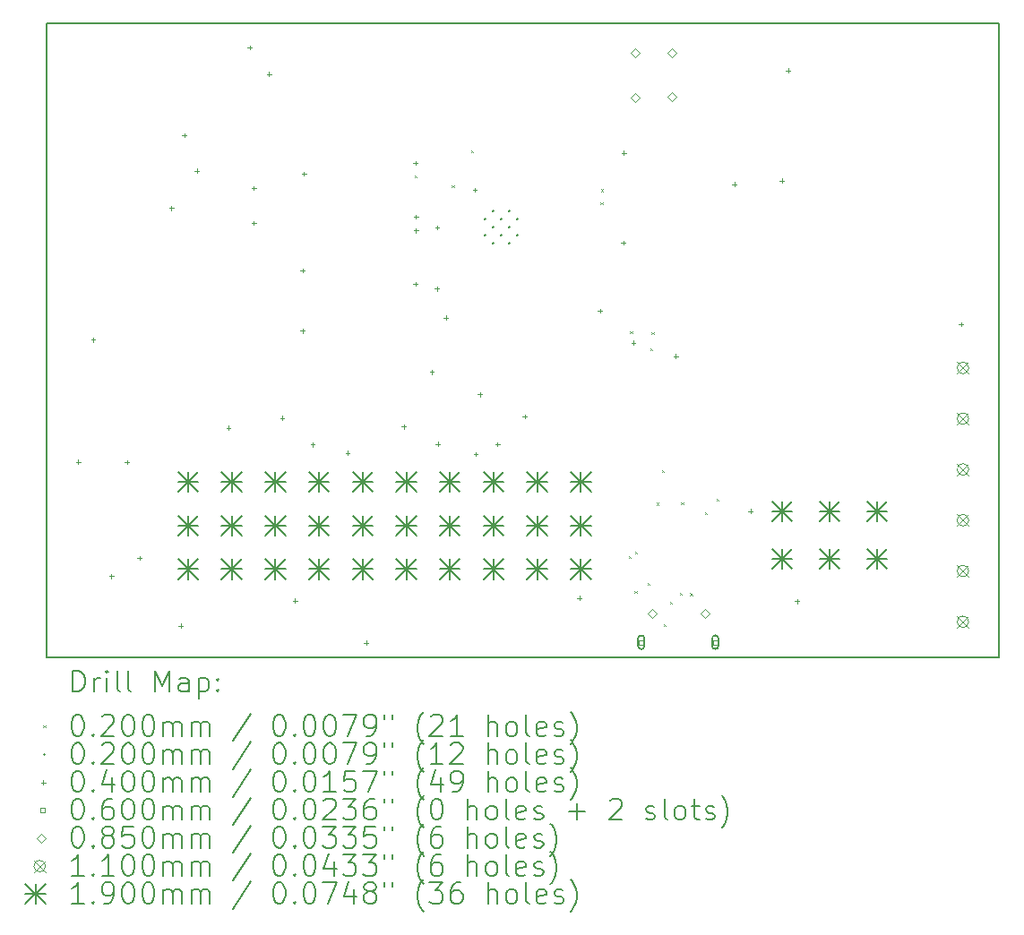
<source format=gbr>
%TF.GenerationSoftware,KiCad,Pcbnew,(6.0.10)*%
%TF.CreationDate,2023-04-25T21:53:56+02:00*%
%TF.ProjectId,sabvoton-controller,73616276-6f74-46f6-9e2d-636f6e74726f,rev?*%
%TF.SameCoordinates,Original*%
%TF.FileFunction,Drillmap*%
%TF.FilePolarity,Positive*%
%FSLAX45Y45*%
G04 Gerber Fmt 4.5, Leading zero omitted, Abs format (unit mm)*
G04 Created by KiCad (PCBNEW (6.0.10)) date 2023-04-25 21:53:56*
%MOMM*%
%LPD*%
G01*
G04 APERTURE LIST*
%ADD10C,0.200000*%
%ADD11C,0.020000*%
%ADD12C,0.040000*%
%ADD13C,0.060000*%
%ADD14C,0.085000*%
%ADD15C,0.110000*%
%ADD16C,0.190000*%
G04 APERTURE END LIST*
D10*
X9100000Y-5600000D02*
X18100000Y-5600000D01*
X18100000Y-5600000D02*
X18100000Y-11600000D01*
X18100000Y-11600000D02*
X9100000Y-11600000D01*
X9100000Y-11600000D02*
X9100000Y-5600000D01*
D11*
X12578000Y-7040000D02*
X12598000Y-7060000D01*
X12598000Y-7040000D02*
X12578000Y-7060000D01*
X12930000Y-7135000D02*
X12950000Y-7155000D01*
X12950000Y-7135000D02*
X12930000Y-7155000D01*
X13113000Y-6801000D02*
X13133000Y-6821000D01*
X13133000Y-6801000D02*
X13113000Y-6821000D01*
X14335000Y-7295000D02*
X14355000Y-7315000D01*
X14355000Y-7295000D02*
X14335000Y-7315000D01*
X14340000Y-7170000D02*
X14360000Y-7190000D01*
X14360000Y-7170000D02*
X14340000Y-7190000D01*
X14603000Y-10639000D02*
X14623000Y-10659000D01*
X14623000Y-10639000D02*
X14603000Y-10659000D01*
X14614000Y-8512000D02*
X14634000Y-8532000D01*
X14634000Y-8512000D02*
X14614000Y-8532000D01*
X14657000Y-10967000D02*
X14677000Y-10987000D01*
X14677000Y-10967000D02*
X14657000Y-10987000D01*
X14659550Y-10596626D02*
X14679550Y-10616626D01*
X14679550Y-10596626D02*
X14659550Y-10616626D01*
X14782000Y-10895000D02*
X14802000Y-10915000D01*
X14802000Y-10895000D02*
X14782000Y-10915000D01*
X14805000Y-8675000D02*
X14825000Y-8695000D01*
X14825000Y-8675000D02*
X14805000Y-8695000D01*
X14819000Y-8519000D02*
X14839000Y-8539000D01*
X14839000Y-8519000D02*
X14819000Y-8539000D01*
X14862000Y-10135000D02*
X14882000Y-10155000D01*
X14882000Y-10135000D02*
X14862000Y-10155000D01*
X14916000Y-9827000D02*
X14936000Y-9847000D01*
X14936000Y-9827000D02*
X14916000Y-9847000D01*
X14930000Y-11282000D02*
X14950000Y-11302000D01*
X14950000Y-11282000D02*
X14930000Y-11302000D01*
X14989782Y-11067444D02*
X15009782Y-11087444D01*
X15009782Y-11067444D02*
X14989782Y-11087444D01*
X15084950Y-10985000D02*
X15104950Y-11005000D01*
X15104950Y-10985000D02*
X15084950Y-11005000D01*
X15097000Y-10130000D02*
X15117000Y-10150000D01*
X15117000Y-10130000D02*
X15097000Y-10150000D01*
X15181000Y-10989000D02*
X15201000Y-11009000D01*
X15201000Y-10989000D02*
X15181000Y-11009000D01*
X15323000Y-10226000D02*
X15343000Y-10246000D01*
X15343000Y-10226000D02*
X15323000Y-10246000D01*
X15434000Y-10099000D02*
X15454000Y-10119000D01*
X15454000Y-10099000D02*
X15434000Y-10119000D01*
X13251500Y-7452750D02*
G75*
G03*
X13251500Y-7452750I-10000J0D01*
G01*
X13251500Y-7605250D02*
G75*
G03*
X13251500Y-7605250I-10000J0D01*
G01*
X13327750Y-7376500D02*
G75*
G03*
X13327750Y-7376500I-10000J0D01*
G01*
X13327750Y-7529000D02*
G75*
G03*
X13327750Y-7529000I-10000J0D01*
G01*
X13327750Y-7681500D02*
G75*
G03*
X13327750Y-7681500I-10000J0D01*
G01*
X13404000Y-7452750D02*
G75*
G03*
X13404000Y-7452750I-10000J0D01*
G01*
X13404000Y-7605250D02*
G75*
G03*
X13404000Y-7605250I-10000J0D01*
G01*
X13480250Y-7376500D02*
G75*
G03*
X13480250Y-7376500I-10000J0D01*
G01*
X13480250Y-7529000D02*
G75*
G03*
X13480250Y-7529000I-10000J0D01*
G01*
X13480250Y-7681500D02*
G75*
G03*
X13480250Y-7681500I-10000J0D01*
G01*
X13556500Y-7452750D02*
G75*
G03*
X13556500Y-7452750I-10000J0D01*
G01*
X13556500Y-7605250D02*
G75*
G03*
X13556500Y-7605250I-10000J0D01*
G01*
D12*
X9400000Y-9729000D02*
X9400000Y-9769000D01*
X9380000Y-9749000D02*
X9420000Y-9749000D01*
X9541000Y-8575000D02*
X9541000Y-8615000D01*
X9521000Y-8595000D02*
X9561000Y-8595000D01*
X9713000Y-10810000D02*
X9713000Y-10850000D01*
X9693000Y-10830000D02*
X9733000Y-10830000D01*
X9858000Y-9730000D02*
X9858000Y-9770000D01*
X9838000Y-9750000D02*
X9878000Y-9750000D01*
X9979000Y-10637000D02*
X9979000Y-10677000D01*
X9959000Y-10657000D02*
X9999000Y-10657000D01*
X10280000Y-7330000D02*
X10280000Y-7370000D01*
X10260000Y-7350000D02*
X10300000Y-7350000D01*
X10369000Y-11279000D02*
X10369000Y-11319000D01*
X10349000Y-11299000D02*
X10389000Y-11299000D01*
X10400000Y-6640000D02*
X10400000Y-6680000D01*
X10380000Y-6660000D02*
X10420000Y-6660000D01*
X10520000Y-6978000D02*
X10520000Y-7018000D01*
X10500000Y-6998000D02*
X10540000Y-6998000D01*
X10820000Y-9405000D02*
X10820000Y-9445000D01*
X10800000Y-9425000D02*
X10840000Y-9425000D01*
X11020000Y-5810000D02*
X11020000Y-5850000D01*
X11000000Y-5830000D02*
X11040000Y-5830000D01*
X11060000Y-7140000D02*
X11060000Y-7180000D01*
X11040000Y-7160000D02*
X11080000Y-7160000D01*
X11060000Y-7470000D02*
X11060000Y-7510000D01*
X11040000Y-7490000D02*
X11080000Y-7490000D01*
X11204000Y-6063000D02*
X11204000Y-6103000D01*
X11184000Y-6083000D02*
X11224000Y-6083000D01*
X11328000Y-9313000D02*
X11328000Y-9353000D01*
X11308000Y-9333000D02*
X11348000Y-9333000D01*
X11448500Y-11040500D02*
X11448500Y-11080500D01*
X11428500Y-11060500D02*
X11468500Y-11060500D01*
X11520000Y-7920000D02*
X11520000Y-7960000D01*
X11500000Y-7940000D02*
X11540000Y-7940000D01*
X11520000Y-8490000D02*
X11520000Y-8530000D01*
X11500000Y-8510000D02*
X11540000Y-8510000D01*
X11532000Y-7004000D02*
X11532000Y-7044000D01*
X11512000Y-7024000D02*
X11552000Y-7024000D01*
X11615000Y-9565000D02*
X11615000Y-9605000D01*
X11595000Y-9585000D02*
X11635000Y-9585000D01*
X11944000Y-9644000D02*
X11944000Y-9684000D01*
X11924000Y-9664000D02*
X11964000Y-9664000D01*
X12120750Y-11439000D02*
X12120750Y-11479000D01*
X12100750Y-11459000D02*
X12140750Y-11459000D01*
X12475500Y-9394500D02*
X12475500Y-9434500D01*
X12455500Y-9414500D02*
X12495500Y-9414500D01*
X12587000Y-6902000D02*
X12587000Y-6942000D01*
X12567000Y-6922000D02*
X12607000Y-6922000D01*
X12587000Y-8045000D02*
X12587000Y-8085000D01*
X12567000Y-8065000D02*
X12607000Y-8065000D01*
X12590000Y-7410000D02*
X12590000Y-7450000D01*
X12570000Y-7430000D02*
X12610000Y-7430000D01*
X12590000Y-7540000D02*
X12590000Y-7580000D01*
X12570000Y-7560000D02*
X12610000Y-7560000D01*
X12742000Y-8878000D02*
X12742000Y-8918000D01*
X12722000Y-8898000D02*
X12762000Y-8898000D01*
X12790000Y-8090000D02*
X12790000Y-8130000D01*
X12770000Y-8110000D02*
X12810000Y-8110000D01*
X12792500Y-7512500D02*
X12792500Y-7552500D01*
X12772500Y-7532500D02*
X12812500Y-7532500D01*
X12797000Y-9560000D02*
X12797000Y-9600000D01*
X12777000Y-9580000D02*
X12817000Y-9580000D01*
X12875000Y-8365000D02*
X12875000Y-8405000D01*
X12855000Y-8385000D02*
X12895000Y-8385000D01*
X13148000Y-7157000D02*
X13148000Y-7197000D01*
X13128000Y-7177000D02*
X13168000Y-7177000D01*
X13155000Y-9654000D02*
X13155000Y-9694000D01*
X13135000Y-9674000D02*
X13175000Y-9674000D01*
X13195000Y-9089250D02*
X13195000Y-9129250D01*
X13175000Y-9109250D02*
X13215000Y-9109250D01*
X13363000Y-9562000D02*
X13363000Y-9602000D01*
X13343000Y-9582000D02*
X13383000Y-9582000D01*
X13618000Y-9298000D02*
X13618000Y-9338000D01*
X13598000Y-9318000D02*
X13638000Y-9318000D01*
X14136000Y-11014000D02*
X14136000Y-11054000D01*
X14116000Y-11034000D02*
X14156000Y-11034000D01*
X14329000Y-8299000D02*
X14329000Y-8339000D01*
X14309000Y-8319000D02*
X14349000Y-8319000D01*
X14550000Y-7656000D02*
X14550000Y-7696000D01*
X14530000Y-7676000D02*
X14570000Y-7676000D01*
X14555000Y-6806000D02*
X14555000Y-6846000D01*
X14535000Y-6826000D02*
X14575000Y-6826000D01*
X14645109Y-8600891D02*
X14645109Y-8640891D01*
X14625109Y-8620891D02*
X14665109Y-8620891D01*
X15047000Y-8728000D02*
X15047000Y-8768000D01*
X15027000Y-8748000D02*
X15067000Y-8748000D01*
X15600000Y-7103000D02*
X15600000Y-7143000D01*
X15580000Y-7123000D02*
X15620000Y-7123000D01*
X15753000Y-10194000D02*
X15753000Y-10234000D01*
X15733000Y-10214000D02*
X15773000Y-10214000D01*
X16048000Y-7069000D02*
X16048000Y-7109000D01*
X16028000Y-7089000D02*
X16068000Y-7089000D01*
X16108000Y-6029000D02*
X16108000Y-6069000D01*
X16088000Y-6049000D02*
X16128000Y-6049000D01*
X16192000Y-11046000D02*
X16192000Y-11086000D01*
X16172000Y-11066000D02*
X16212000Y-11066000D01*
X17742000Y-8427000D02*
X17742000Y-8467000D01*
X17722000Y-8447000D02*
X17762000Y-8447000D01*
D13*
X14741213Y-11474963D02*
X14741213Y-11432537D01*
X14698787Y-11432537D01*
X14698787Y-11474963D01*
X14741213Y-11474963D01*
D10*
X14750000Y-11488750D02*
X14750000Y-11418750D01*
X14690000Y-11488750D02*
X14690000Y-11418750D01*
X14750000Y-11418750D02*
G75*
G03*
X14690000Y-11418750I-30000J0D01*
G01*
X14690000Y-11488750D02*
G75*
G03*
X14750000Y-11488750I30000J0D01*
G01*
D13*
X15441213Y-11474963D02*
X15441213Y-11432537D01*
X15398787Y-11432537D01*
X15398787Y-11474963D01*
X15441213Y-11474963D01*
D10*
X15390000Y-11418750D02*
X15390000Y-11488750D01*
X15450000Y-11418750D02*
X15450000Y-11488750D01*
X15390000Y-11488750D02*
G75*
G03*
X15450000Y-11488750I30000J0D01*
G01*
X15450000Y-11418750D02*
G75*
G03*
X15390000Y-11418750I-30000J0D01*
G01*
D14*
X14665000Y-5925500D02*
X14707500Y-5883000D01*
X14665000Y-5840500D01*
X14622500Y-5883000D01*
X14665000Y-5925500D01*
X14665000Y-6345500D02*
X14707500Y-6303000D01*
X14665000Y-6260500D01*
X14622500Y-6303000D01*
X14665000Y-6345500D01*
X14820000Y-11226250D02*
X14862500Y-11183750D01*
X14820000Y-11141250D01*
X14777500Y-11183750D01*
X14820000Y-11226250D01*
X15010000Y-5922500D02*
X15052500Y-5880000D01*
X15010000Y-5837500D01*
X14967500Y-5880000D01*
X15010000Y-5922500D01*
X15010000Y-6342500D02*
X15052500Y-6300000D01*
X15010000Y-6257500D01*
X14967500Y-6300000D01*
X15010000Y-6342500D01*
X15320000Y-11226250D02*
X15362500Y-11183750D01*
X15320000Y-11141250D01*
X15277500Y-11183750D01*
X15320000Y-11226250D01*
D15*
X17705000Y-8805000D02*
X17815000Y-8915000D01*
X17815000Y-8805000D02*
X17705000Y-8915000D01*
X17815000Y-8860000D02*
G75*
G03*
X17815000Y-8860000I-55000J0D01*
G01*
X17705000Y-9285000D02*
X17815000Y-9395000D01*
X17815000Y-9285000D02*
X17705000Y-9395000D01*
X17815000Y-9340000D02*
G75*
G03*
X17815000Y-9340000I-55000J0D01*
G01*
X17705000Y-9765000D02*
X17815000Y-9875000D01*
X17815000Y-9765000D02*
X17705000Y-9875000D01*
X17815000Y-9820000D02*
G75*
G03*
X17815000Y-9820000I-55000J0D01*
G01*
X17705000Y-10245000D02*
X17815000Y-10355000D01*
X17815000Y-10245000D02*
X17705000Y-10355000D01*
X17815000Y-10300000D02*
G75*
G03*
X17815000Y-10300000I-55000J0D01*
G01*
X17705000Y-10725000D02*
X17815000Y-10835000D01*
X17815000Y-10725000D02*
X17705000Y-10835000D01*
X17815000Y-10780000D02*
G75*
G03*
X17815000Y-10780000I-55000J0D01*
G01*
X17705000Y-11205000D02*
X17815000Y-11315000D01*
X17815000Y-11205000D02*
X17705000Y-11315000D01*
X17815000Y-11260000D02*
G75*
G03*
X17815000Y-11260000I-55000J0D01*
G01*
D16*
X10342500Y-9842500D02*
X10532500Y-10032500D01*
X10532500Y-9842500D02*
X10342500Y-10032500D01*
X10437500Y-9842500D02*
X10437500Y-10032500D01*
X10342500Y-9937500D02*
X10532500Y-9937500D01*
X10342500Y-10255000D02*
X10532500Y-10445000D01*
X10532500Y-10255000D02*
X10342500Y-10445000D01*
X10437500Y-10255000D02*
X10437500Y-10445000D01*
X10342500Y-10350000D02*
X10532500Y-10350000D01*
X10342500Y-10667500D02*
X10532500Y-10857500D01*
X10532500Y-10667500D02*
X10342500Y-10857500D01*
X10437500Y-10667500D02*
X10437500Y-10857500D01*
X10342500Y-10762500D02*
X10532500Y-10762500D01*
X10755000Y-9842500D02*
X10945000Y-10032500D01*
X10945000Y-9842500D02*
X10755000Y-10032500D01*
X10850000Y-9842500D02*
X10850000Y-10032500D01*
X10755000Y-9937500D02*
X10945000Y-9937500D01*
X10755000Y-10255000D02*
X10945000Y-10445000D01*
X10945000Y-10255000D02*
X10755000Y-10445000D01*
X10850000Y-10255000D02*
X10850000Y-10445000D01*
X10755000Y-10350000D02*
X10945000Y-10350000D01*
X10755000Y-10667500D02*
X10945000Y-10857500D01*
X10945000Y-10667500D02*
X10755000Y-10857500D01*
X10850000Y-10667500D02*
X10850000Y-10857500D01*
X10755000Y-10762500D02*
X10945000Y-10762500D01*
X11167500Y-9842500D02*
X11357500Y-10032500D01*
X11357500Y-9842500D02*
X11167500Y-10032500D01*
X11262500Y-9842500D02*
X11262500Y-10032500D01*
X11167500Y-9937500D02*
X11357500Y-9937500D01*
X11167500Y-10255000D02*
X11357500Y-10445000D01*
X11357500Y-10255000D02*
X11167500Y-10445000D01*
X11262500Y-10255000D02*
X11262500Y-10445000D01*
X11167500Y-10350000D02*
X11357500Y-10350000D01*
X11167500Y-10667500D02*
X11357500Y-10857500D01*
X11357500Y-10667500D02*
X11167500Y-10857500D01*
X11262500Y-10667500D02*
X11262500Y-10857500D01*
X11167500Y-10762500D02*
X11357500Y-10762500D01*
X11580000Y-9842500D02*
X11770000Y-10032500D01*
X11770000Y-9842500D02*
X11580000Y-10032500D01*
X11675000Y-9842500D02*
X11675000Y-10032500D01*
X11580000Y-9937500D02*
X11770000Y-9937500D01*
X11580000Y-10255000D02*
X11770000Y-10445000D01*
X11770000Y-10255000D02*
X11580000Y-10445000D01*
X11675000Y-10255000D02*
X11675000Y-10445000D01*
X11580000Y-10350000D02*
X11770000Y-10350000D01*
X11580000Y-10667500D02*
X11770000Y-10857500D01*
X11770000Y-10667500D02*
X11580000Y-10857500D01*
X11675000Y-10667500D02*
X11675000Y-10857500D01*
X11580000Y-10762500D02*
X11770000Y-10762500D01*
X11992500Y-9842500D02*
X12182500Y-10032500D01*
X12182500Y-9842500D02*
X11992500Y-10032500D01*
X12087500Y-9842500D02*
X12087500Y-10032500D01*
X11992500Y-9937500D02*
X12182500Y-9937500D01*
X11992500Y-10255000D02*
X12182500Y-10445000D01*
X12182500Y-10255000D02*
X11992500Y-10445000D01*
X12087500Y-10255000D02*
X12087500Y-10445000D01*
X11992500Y-10350000D02*
X12182500Y-10350000D01*
X11992500Y-10667500D02*
X12182500Y-10857500D01*
X12182500Y-10667500D02*
X11992500Y-10857500D01*
X12087500Y-10667500D02*
X12087500Y-10857500D01*
X11992500Y-10762500D02*
X12182500Y-10762500D01*
X12405000Y-9842500D02*
X12595000Y-10032500D01*
X12595000Y-9842500D02*
X12405000Y-10032500D01*
X12500000Y-9842500D02*
X12500000Y-10032500D01*
X12405000Y-9937500D02*
X12595000Y-9937500D01*
X12405000Y-10255000D02*
X12595000Y-10445000D01*
X12595000Y-10255000D02*
X12405000Y-10445000D01*
X12500000Y-10255000D02*
X12500000Y-10445000D01*
X12405000Y-10350000D02*
X12595000Y-10350000D01*
X12405000Y-10667500D02*
X12595000Y-10857500D01*
X12595000Y-10667500D02*
X12405000Y-10857500D01*
X12500000Y-10667500D02*
X12500000Y-10857500D01*
X12405000Y-10762500D02*
X12595000Y-10762500D01*
X12817500Y-9842500D02*
X13007500Y-10032500D01*
X13007500Y-9842500D02*
X12817500Y-10032500D01*
X12912500Y-9842500D02*
X12912500Y-10032500D01*
X12817500Y-9937500D02*
X13007500Y-9937500D01*
X12817500Y-10255000D02*
X13007500Y-10445000D01*
X13007500Y-10255000D02*
X12817500Y-10445000D01*
X12912500Y-10255000D02*
X12912500Y-10445000D01*
X12817500Y-10350000D02*
X13007500Y-10350000D01*
X12817500Y-10667500D02*
X13007500Y-10857500D01*
X13007500Y-10667500D02*
X12817500Y-10857500D01*
X12912500Y-10667500D02*
X12912500Y-10857500D01*
X12817500Y-10762500D02*
X13007500Y-10762500D01*
X13230000Y-9842500D02*
X13420000Y-10032500D01*
X13420000Y-9842500D02*
X13230000Y-10032500D01*
X13325000Y-9842500D02*
X13325000Y-10032500D01*
X13230000Y-9937500D02*
X13420000Y-9937500D01*
X13230000Y-10255000D02*
X13420000Y-10445000D01*
X13420000Y-10255000D02*
X13230000Y-10445000D01*
X13325000Y-10255000D02*
X13325000Y-10445000D01*
X13230000Y-10350000D02*
X13420000Y-10350000D01*
X13230000Y-10667500D02*
X13420000Y-10857500D01*
X13420000Y-10667500D02*
X13230000Y-10857500D01*
X13325000Y-10667500D02*
X13325000Y-10857500D01*
X13230000Y-10762500D02*
X13420000Y-10762500D01*
X13642500Y-9842500D02*
X13832500Y-10032500D01*
X13832500Y-9842500D02*
X13642500Y-10032500D01*
X13737500Y-9842500D02*
X13737500Y-10032500D01*
X13642500Y-9937500D02*
X13832500Y-9937500D01*
X13642500Y-10255000D02*
X13832500Y-10445000D01*
X13832500Y-10255000D02*
X13642500Y-10445000D01*
X13737500Y-10255000D02*
X13737500Y-10445000D01*
X13642500Y-10350000D02*
X13832500Y-10350000D01*
X13642500Y-10667500D02*
X13832500Y-10857500D01*
X13832500Y-10667500D02*
X13642500Y-10857500D01*
X13737500Y-10667500D02*
X13737500Y-10857500D01*
X13642500Y-10762500D02*
X13832500Y-10762500D01*
X14055000Y-9842500D02*
X14245000Y-10032500D01*
X14245000Y-9842500D02*
X14055000Y-10032500D01*
X14150000Y-9842500D02*
X14150000Y-10032500D01*
X14055000Y-9937500D02*
X14245000Y-9937500D01*
X14055000Y-10255000D02*
X14245000Y-10445000D01*
X14245000Y-10255000D02*
X14055000Y-10445000D01*
X14150000Y-10255000D02*
X14150000Y-10445000D01*
X14055000Y-10350000D02*
X14245000Y-10350000D01*
X14055000Y-10667500D02*
X14245000Y-10857500D01*
X14245000Y-10667500D02*
X14055000Y-10857500D01*
X14150000Y-10667500D02*
X14150000Y-10857500D01*
X14055000Y-10762500D02*
X14245000Y-10762500D01*
X15955000Y-10120000D02*
X16145000Y-10310000D01*
X16145000Y-10120000D02*
X15955000Y-10310000D01*
X16050000Y-10120000D02*
X16050000Y-10310000D01*
X15955000Y-10215000D02*
X16145000Y-10215000D01*
X15955000Y-10570000D02*
X16145000Y-10760000D01*
X16145000Y-10570000D02*
X15955000Y-10760000D01*
X16050000Y-10570000D02*
X16050000Y-10760000D01*
X15955000Y-10665000D02*
X16145000Y-10665000D01*
X16405000Y-10120000D02*
X16595000Y-10310000D01*
X16595000Y-10120000D02*
X16405000Y-10310000D01*
X16500000Y-10120000D02*
X16500000Y-10310000D01*
X16405000Y-10215000D02*
X16595000Y-10215000D01*
X16405000Y-10570000D02*
X16595000Y-10760000D01*
X16595000Y-10570000D02*
X16405000Y-10760000D01*
X16500000Y-10570000D02*
X16500000Y-10760000D01*
X16405000Y-10665000D02*
X16595000Y-10665000D01*
X16855000Y-10120000D02*
X17045000Y-10310000D01*
X17045000Y-10120000D02*
X16855000Y-10310000D01*
X16950000Y-10120000D02*
X16950000Y-10310000D01*
X16855000Y-10215000D02*
X17045000Y-10215000D01*
X16855000Y-10570000D02*
X17045000Y-10760000D01*
X17045000Y-10570000D02*
X16855000Y-10760000D01*
X16950000Y-10570000D02*
X16950000Y-10760000D01*
X16855000Y-10665000D02*
X17045000Y-10665000D01*
D10*
X9347619Y-11920476D02*
X9347619Y-11720476D01*
X9395238Y-11720476D01*
X9423810Y-11730000D01*
X9442857Y-11749048D01*
X9452381Y-11768095D01*
X9461905Y-11806190D01*
X9461905Y-11834762D01*
X9452381Y-11872857D01*
X9442857Y-11891905D01*
X9423810Y-11910952D01*
X9395238Y-11920476D01*
X9347619Y-11920476D01*
X9547619Y-11920476D02*
X9547619Y-11787143D01*
X9547619Y-11825238D02*
X9557143Y-11806190D01*
X9566667Y-11796667D01*
X9585714Y-11787143D01*
X9604762Y-11787143D01*
X9671429Y-11920476D02*
X9671429Y-11787143D01*
X9671429Y-11720476D02*
X9661905Y-11730000D01*
X9671429Y-11739524D01*
X9680952Y-11730000D01*
X9671429Y-11720476D01*
X9671429Y-11739524D01*
X9795238Y-11920476D02*
X9776190Y-11910952D01*
X9766667Y-11891905D01*
X9766667Y-11720476D01*
X9900000Y-11920476D02*
X9880952Y-11910952D01*
X9871429Y-11891905D01*
X9871429Y-11720476D01*
X10128571Y-11920476D02*
X10128571Y-11720476D01*
X10195238Y-11863333D01*
X10261905Y-11720476D01*
X10261905Y-11920476D01*
X10442857Y-11920476D02*
X10442857Y-11815714D01*
X10433333Y-11796667D01*
X10414286Y-11787143D01*
X10376190Y-11787143D01*
X10357143Y-11796667D01*
X10442857Y-11910952D02*
X10423810Y-11920476D01*
X10376190Y-11920476D01*
X10357143Y-11910952D01*
X10347619Y-11891905D01*
X10347619Y-11872857D01*
X10357143Y-11853809D01*
X10376190Y-11844286D01*
X10423810Y-11844286D01*
X10442857Y-11834762D01*
X10538095Y-11787143D02*
X10538095Y-11987143D01*
X10538095Y-11796667D02*
X10557143Y-11787143D01*
X10595238Y-11787143D01*
X10614286Y-11796667D01*
X10623810Y-11806190D01*
X10633333Y-11825238D01*
X10633333Y-11882381D01*
X10623810Y-11901428D01*
X10614286Y-11910952D01*
X10595238Y-11920476D01*
X10557143Y-11920476D01*
X10538095Y-11910952D01*
X10719048Y-11901428D02*
X10728571Y-11910952D01*
X10719048Y-11920476D01*
X10709524Y-11910952D01*
X10719048Y-11901428D01*
X10719048Y-11920476D01*
X10719048Y-11796667D02*
X10728571Y-11806190D01*
X10719048Y-11815714D01*
X10709524Y-11806190D01*
X10719048Y-11796667D01*
X10719048Y-11815714D01*
D11*
X9070000Y-12240000D02*
X9090000Y-12260000D01*
X9090000Y-12240000D02*
X9070000Y-12260000D01*
D10*
X9385714Y-12140476D02*
X9404762Y-12140476D01*
X9423810Y-12150000D01*
X9433333Y-12159524D01*
X9442857Y-12178571D01*
X9452381Y-12216667D01*
X9452381Y-12264286D01*
X9442857Y-12302381D01*
X9433333Y-12321428D01*
X9423810Y-12330952D01*
X9404762Y-12340476D01*
X9385714Y-12340476D01*
X9366667Y-12330952D01*
X9357143Y-12321428D01*
X9347619Y-12302381D01*
X9338095Y-12264286D01*
X9338095Y-12216667D01*
X9347619Y-12178571D01*
X9357143Y-12159524D01*
X9366667Y-12150000D01*
X9385714Y-12140476D01*
X9538095Y-12321428D02*
X9547619Y-12330952D01*
X9538095Y-12340476D01*
X9528571Y-12330952D01*
X9538095Y-12321428D01*
X9538095Y-12340476D01*
X9623810Y-12159524D02*
X9633333Y-12150000D01*
X9652381Y-12140476D01*
X9700000Y-12140476D01*
X9719048Y-12150000D01*
X9728571Y-12159524D01*
X9738095Y-12178571D01*
X9738095Y-12197619D01*
X9728571Y-12226190D01*
X9614286Y-12340476D01*
X9738095Y-12340476D01*
X9861905Y-12140476D02*
X9880952Y-12140476D01*
X9900000Y-12150000D01*
X9909524Y-12159524D01*
X9919048Y-12178571D01*
X9928571Y-12216667D01*
X9928571Y-12264286D01*
X9919048Y-12302381D01*
X9909524Y-12321428D01*
X9900000Y-12330952D01*
X9880952Y-12340476D01*
X9861905Y-12340476D01*
X9842857Y-12330952D01*
X9833333Y-12321428D01*
X9823810Y-12302381D01*
X9814286Y-12264286D01*
X9814286Y-12216667D01*
X9823810Y-12178571D01*
X9833333Y-12159524D01*
X9842857Y-12150000D01*
X9861905Y-12140476D01*
X10052381Y-12140476D02*
X10071429Y-12140476D01*
X10090476Y-12150000D01*
X10100000Y-12159524D01*
X10109524Y-12178571D01*
X10119048Y-12216667D01*
X10119048Y-12264286D01*
X10109524Y-12302381D01*
X10100000Y-12321428D01*
X10090476Y-12330952D01*
X10071429Y-12340476D01*
X10052381Y-12340476D01*
X10033333Y-12330952D01*
X10023810Y-12321428D01*
X10014286Y-12302381D01*
X10004762Y-12264286D01*
X10004762Y-12216667D01*
X10014286Y-12178571D01*
X10023810Y-12159524D01*
X10033333Y-12150000D01*
X10052381Y-12140476D01*
X10204762Y-12340476D02*
X10204762Y-12207143D01*
X10204762Y-12226190D02*
X10214286Y-12216667D01*
X10233333Y-12207143D01*
X10261905Y-12207143D01*
X10280952Y-12216667D01*
X10290476Y-12235714D01*
X10290476Y-12340476D01*
X10290476Y-12235714D02*
X10300000Y-12216667D01*
X10319048Y-12207143D01*
X10347619Y-12207143D01*
X10366667Y-12216667D01*
X10376190Y-12235714D01*
X10376190Y-12340476D01*
X10471429Y-12340476D02*
X10471429Y-12207143D01*
X10471429Y-12226190D02*
X10480952Y-12216667D01*
X10500000Y-12207143D01*
X10528571Y-12207143D01*
X10547619Y-12216667D01*
X10557143Y-12235714D01*
X10557143Y-12340476D01*
X10557143Y-12235714D02*
X10566667Y-12216667D01*
X10585714Y-12207143D01*
X10614286Y-12207143D01*
X10633333Y-12216667D01*
X10642857Y-12235714D01*
X10642857Y-12340476D01*
X11033333Y-12130952D02*
X10861905Y-12388095D01*
X11290476Y-12140476D02*
X11309524Y-12140476D01*
X11328571Y-12150000D01*
X11338095Y-12159524D01*
X11347619Y-12178571D01*
X11357143Y-12216667D01*
X11357143Y-12264286D01*
X11347619Y-12302381D01*
X11338095Y-12321428D01*
X11328571Y-12330952D01*
X11309524Y-12340476D01*
X11290476Y-12340476D01*
X11271428Y-12330952D01*
X11261905Y-12321428D01*
X11252381Y-12302381D01*
X11242857Y-12264286D01*
X11242857Y-12216667D01*
X11252381Y-12178571D01*
X11261905Y-12159524D01*
X11271428Y-12150000D01*
X11290476Y-12140476D01*
X11442857Y-12321428D02*
X11452381Y-12330952D01*
X11442857Y-12340476D01*
X11433333Y-12330952D01*
X11442857Y-12321428D01*
X11442857Y-12340476D01*
X11576190Y-12140476D02*
X11595238Y-12140476D01*
X11614286Y-12150000D01*
X11623809Y-12159524D01*
X11633333Y-12178571D01*
X11642857Y-12216667D01*
X11642857Y-12264286D01*
X11633333Y-12302381D01*
X11623809Y-12321428D01*
X11614286Y-12330952D01*
X11595238Y-12340476D01*
X11576190Y-12340476D01*
X11557143Y-12330952D01*
X11547619Y-12321428D01*
X11538095Y-12302381D01*
X11528571Y-12264286D01*
X11528571Y-12216667D01*
X11538095Y-12178571D01*
X11547619Y-12159524D01*
X11557143Y-12150000D01*
X11576190Y-12140476D01*
X11766667Y-12140476D02*
X11785714Y-12140476D01*
X11804762Y-12150000D01*
X11814286Y-12159524D01*
X11823809Y-12178571D01*
X11833333Y-12216667D01*
X11833333Y-12264286D01*
X11823809Y-12302381D01*
X11814286Y-12321428D01*
X11804762Y-12330952D01*
X11785714Y-12340476D01*
X11766667Y-12340476D01*
X11747619Y-12330952D01*
X11738095Y-12321428D01*
X11728571Y-12302381D01*
X11719048Y-12264286D01*
X11719048Y-12216667D01*
X11728571Y-12178571D01*
X11738095Y-12159524D01*
X11747619Y-12150000D01*
X11766667Y-12140476D01*
X11900000Y-12140476D02*
X12033333Y-12140476D01*
X11947619Y-12340476D01*
X12119048Y-12340476D02*
X12157143Y-12340476D01*
X12176190Y-12330952D01*
X12185714Y-12321428D01*
X12204762Y-12292857D01*
X12214286Y-12254762D01*
X12214286Y-12178571D01*
X12204762Y-12159524D01*
X12195238Y-12150000D01*
X12176190Y-12140476D01*
X12138095Y-12140476D01*
X12119048Y-12150000D01*
X12109524Y-12159524D01*
X12100000Y-12178571D01*
X12100000Y-12226190D01*
X12109524Y-12245238D01*
X12119048Y-12254762D01*
X12138095Y-12264286D01*
X12176190Y-12264286D01*
X12195238Y-12254762D01*
X12204762Y-12245238D01*
X12214286Y-12226190D01*
X12290476Y-12140476D02*
X12290476Y-12178571D01*
X12366667Y-12140476D02*
X12366667Y-12178571D01*
X12661905Y-12416667D02*
X12652381Y-12407143D01*
X12633333Y-12378571D01*
X12623809Y-12359524D01*
X12614286Y-12330952D01*
X12604762Y-12283333D01*
X12604762Y-12245238D01*
X12614286Y-12197619D01*
X12623809Y-12169048D01*
X12633333Y-12150000D01*
X12652381Y-12121428D01*
X12661905Y-12111905D01*
X12728571Y-12159524D02*
X12738095Y-12150000D01*
X12757143Y-12140476D01*
X12804762Y-12140476D01*
X12823809Y-12150000D01*
X12833333Y-12159524D01*
X12842857Y-12178571D01*
X12842857Y-12197619D01*
X12833333Y-12226190D01*
X12719048Y-12340476D01*
X12842857Y-12340476D01*
X13033333Y-12340476D02*
X12919048Y-12340476D01*
X12976190Y-12340476D02*
X12976190Y-12140476D01*
X12957143Y-12169048D01*
X12938095Y-12188095D01*
X12919048Y-12197619D01*
X13271428Y-12340476D02*
X13271428Y-12140476D01*
X13357143Y-12340476D02*
X13357143Y-12235714D01*
X13347619Y-12216667D01*
X13328571Y-12207143D01*
X13300000Y-12207143D01*
X13280952Y-12216667D01*
X13271428Y-12226190D01*
X13480952Y-12340476D02*
X13461905Y-12330952D01*
X13452381Y-12321428D01*
X13442857Y-12302381D01*
X13442857Y-12245238D01*
X13452381Y-12226190D01*
X13461905Y-12216667D01*
X13480952Y-12207143D01*
X13509524Y-12207143D01*
X13528571Y-12216667D01*
X13538095Y-12226190D01*
X13547619Y-12245238D01*
X13547619Y-12302381D01*
X13538095Y-12321428D01*
X13528571Y-12330952D01*
X13509524Y-12340476D01*
X13480952Y-12340476D01*
X13661905Y-12340476D02*
X13642857Y-12330952D01*
X13633333Y-12311905D01*
X13633333Y-12140476D01*
X13814286Y-12330952D02*
X13795238Y-12340476D01*
X13757143Y-12340476D01*
X13738095Y-12330952D01*
X13728571Y-12311905D01*
X13728571Y-12235714D01*
X13738095Y-12216667D01*
X13757143Y-12207143D01*
X13795238Y-12207143D01*
X13814286Y-12216667D01*
X13823809Y-12235714D01*
X13823809Y-12254762D01*
X13728571Y-12273809D01*
X13900000Y-12330952D02*
X13919048Y-12340476D01*
X13957143Y-12340476D01*
X13976190Y-12330952D01*
X13985714Y-12311905D01*
X13985714Y-12302381D01*
X13976190Y-12283333D01*
X13957143Y-12273809D01*
X13928571Y-12273809D01*
X13909524Y-12264286D01*
X13900000Y-12245238D01*
X13900000Y-12235714D01*
X13909524Y-12216667D01*
X13928571Y-12207143D01*
X13957143Y-12207143D01*
X13976190Y-12216667D01*
X14052381Y-12416667D02*
X14061905Y-12407143D01*
X14080952Y-12378571D01*
X14090476Y-12359524D01*
X14100000Y-12330952D01*
X14109524Y-12283333D01*
X14109524Y-12245238D01*
X14100000Y-12197619D01*
X14090476Y-12169048D01*
X14080952Y-12150000D01*
X14061905Y-12121428D01*
X14052381Y-12111905D01*
D11*
X9090000Y-12514000D02*
G75*
G03*
X9090000Y-12514000I-10000J0D01*
G01*
D10*
X9385714Y-12404476D02*
X9404762Y-12404476D01*
X9423810Y-12414000D01*
X9433333Y-12423524D01*
X9442857Y-12442571D01*
X9452381Y-12480667D01*
X9452381Y-12528286D01*
X9442857Y-12566381D01*
X9433333Y-12585428D01*
X9423810Y-12594952D01*
X9404762Y-12604476D01*
X9385714Y-12604476D01*
X9366667Y-12594952D01*
X9357143Y-12585428D01*
X9347619Y-12566381D01*
X9338095Y-12528286D01*
X9338095Y-12480667D01*
X9347619Y-12442571D01*
X9357143Y-12423524D01*
X9366667Y-12414000D01*
X9385714Y-12404476D01*
X9538095Y-12585428D02*
X9547619Y-12594952D01*
X9538095Y-12604476D01*
X9528571Y-12594952D01*
X9538095Y-12585428D01*
X9538095Y-12604476D01*
X9623810Y-12423524D02*
X9633333Y-12414000D01*
X9652381Y-12404476D01*
X9700000Y-12404476D01*
X9719048Y-12414000D01*
X9728571Y-12423524D01*
X9738095Y-12442571D01*
X9738095Y-12461619D01*
X9728571Y-12490190D01*
X9614286Y-12604476D01*
X9738095Y-12604476D01*
X9861905Y-12404476D02*
X9880952Y-12404476D01*
X9900000Y-12414000D01*
X9909524Y-12423524D01*
X9919048Y-12442571D01*
X9928571Y-12480667D01*
X9928571Y-12528286D01*
X9919048Y-12566381D01*
X9909524Y-12585428D01*
X9900000Y-12594952D01*
X9880952Y-12604476D01*
X9861905Y-12604476D01*
X9842857Y-12594952D01*
X9833333Y-12585428D01*
X9823810Y-12566381D01*
X9814286Y-12528286D01*
X9814286Y-12480667D01*
X9823810Y-12442571D01*
X9833333Y-12423524D01*
X9842857Y-12414000D01*
X9861905Y-12404476D01*
X10052381Y-12404476D02*
X10071429Y-12404476D01*
X10090476Y-12414000D01*
X10100000Y-12423524D01*
X10109524Y-12442571D01*
X10119048Y-12480667D01*
X10119048Y-12528286D01*
X10109524Y-12566381D01*
X10100000Y-12585428D01*
X10090476Y-12594952D01*
X10071429Y-12604476D01*
X10052381Y-12604476D01*
X10033333Y-12594952D01*
X10023810Y-12585428D01*
X10014286Y-12566381D01*
X10004762Y-12528286D01*
X10004762Y-12480667D01*
X10014286Y-12442571D01*
X10023810Y-12423524D01*
X10033333Y-12414000D01*
X10052381Y-12404476D01*
X10204762Y-12604476D02*
X10204762Y-12471143D01*
X10204762Y-12490190D02*
X10214286Y-12480667D01*
X10233333Y-12471143D01*
X10261905Y-12471143D01*
X10280952Y-12480667D01*
X10290476Y-12499714D01*
X10290476Y-12604476D01*
X10290476Y-12499714D02*
X10300000Y-12480667D01*
X10319048Y-12471143D01*
X10347619Y-12471143D01*
X10366667Y-12480667D01*
X10376190Y-12499714D01*
X10376190Y-12604476D01*
X10471429Y-12604476D02*
X10471429Y-12471143D01*
X10471429Y-12490190D02*
X10480952Y-12480667D01*
X10500000Y-12471143D01*
X10528571Y-12471143D01*
X10547619Y-12480667D01*
X10557143Y-12499714D01*
X10557143Y-12604476D01*
X10557143Y-12499714D02*
X10566667Y-12480667D01*
X10585714Y-12471143D01*
X10614286Y-12471143D01*
X10633333Y-12480667D01*
X10642857Y-12499714D01*
X10642857Y-12604476D01*
X11033333Y-12394952D02*
X10861905Y-12652095D01*
X11290476Y-12404476D02*
X11309524Y-12404476D01*
X11328571Y-12414000D01*
X11338095Y-12423524D01*
X11347619Y-12442571D01*
X11357143Y-12480667D01*
X11357143Y-12528286D01*
X11347619Y-12566381D01*
X11338095Y-12585428D01*
X11328571Y-12594952D01*
X11309524Y-12604476D01*
X11290476Y-12604476D01*
X11271428Y-12594952D01*
X11261905Y-12585428D01*
X11252381Y-12566381D01*
X11242857Y-12528286D01*
X11242857Y-12480667D01*
X11252381Y-12442571D01*
X11261905Y-12423524D01*
X11271428Y-12414000D01*
X11290476Y-12404476D01*
X11442857Y-12585428D02*
X11452381Y-12594952D01*
X11442857Y-12604476D01*
X11433333Y-12594952D01*
X11442857Y-12585428D01*
X11442857Y-12604476D01*
X11576190Y-12404476D02*
X11595238Y-12404476D01*
X11614286Y-12414000D01*
X11623809Y-12423524D01*
X11633333Y-12442571D01*
X11642857Y-12480667D01*
X11642857Y-12528286D01*
X11633333Y-12566381D01*
X11623809Y-12585428D01*
X11614286Y-12594952D01*
X11595238Y-12604476D01*
X11576190Y-12604476D01*
X11557143Y-12594952D01*
X11547619Y-12585428D01*
X11538095Y-12566381D01*
X11528571Y-12528286D01*
X11528571Y-12480667D01*
X11538095Y-12442571D01*
X11547619Y-12423524D01*
X11557143Y-12414000D01*
X11576190Y-12404476D01*
X11766667Y-12404476D02*
X11785714Y-12404476D01*
X11804762Y-12414000D01*
X11814286Y-12423524D01*
X11823809Y-12442571D01*
X11833333Y-12480667D01*
X11833333Y-12528286D01*
X11823809Y-12566381D01*
X11814286Y-12585428D01*
X11804762Y-12594952D01*
X11785714Y-12604476D01*
X11766667Y-12604476D01*
X11747619Y-12594952D01*
X11738095Y-12585428D01*
X11728571Y-12566381D01*
X11719048Y-12528286D01*
X11719048Y-12480667D01*
X11728571Y-12442571D01*
X11738095Y-12423524D01*
X11747619Y-12414000D01*
X11766667Y-12404476D01*
X11900000Y-12404476D02*
X12033333Y-12404476D01*
X11947619Y-12604476D01*
X12119048Y-12604476D02*
X12157143Y-12604476D01*
X12176190Y-12594952D01*
X12185714Y-12585428D01*
X12204762Y-12556857D01*
X12214286Y-12518762D01*
X12214286Y-12442571D01*
X12204762Y-12423524D01*
X12195238Y-12414000D01*
X12176190Y-12404476D01*
X12138095Y-12404476D01*
X12119048Y-12414000D01*
X12109524Y-12423524D01*
X12100000Y-12442571D01*
X12100000Y-12490190D01*
X12109524Y-12509238D01*
X12119048Y-12518762D01*
X12138095Y-12528286D01*
X12176190Y-12528286D01*
X12195238Y-12518762D01*
X12204762Y-12509238D01*
X12214286Y-12490190D01*
X12290476Y-12404476D02*
X12290476Y-12442571D01*
X12366667Y-12404476D02*
X12366667Y-12442571D01*
X12661905Y-12680667D02*
X12652381Y-12671143D01*
X12633333Y-12642571D01*
X12623809Y-12623524D01*
X12614286Y-12594952D01*
X12604762Y-12547333D01*
X12604762Y-12509238D01*
X12614286Y-12461619D01*
X12623809Y-12433048D01*
X12633333Y-12414000D01*
X12652381Y-12385428D01*
X12661905Y-12375905D01*
X12842857Y-12604476D02*
X12728571Y-12604476D01*
X12785714Y-12604476D02*
X12785714Y-12404476D01*
X12766667Y-12433048D01*
X12747619Y-12452095D01*
X12728571Y-12461619D01*
X12919048Y-12423524D02*
X12928571Y-12414000D01*
X12947619Y-12404476D01*
X12995238Y-12404476D01*
X13014286Y-12414000D01*
X13023809Y-12423524D01*
X13033333Y-12442571D01*
X13033333Y-12461619D01*
X13023809Y-12490190D01*
X12909524Y-12604476D01*
X13033333Y-12604476D01*
X13271428Y-12604476D02*
X13271428Y-12404476D01*
X13357143Y-12604476D02*
X13357143Y-12499714D01*
X13347619Y-12480667D01*
X13328571Y-12471143D01*
X13300000Y-12471143D01*
X13280952Y-12480667D01*
X13271428Y-12490190D01*
X13480952Y-12604476D02*
X13461905Y-12594952D01*
X13452381Y-12585428D01*
X13442857Y-12566381D01*
X13442857Y-12509238D01*
X13452381Y-12490190D01*
X13461905Y-12480667D01*
X13480952Y-12471143D01*
X13509524Y-12471143D01*
X13528571Y-12480667D01*
X13538095Y-12490190D01*
X13547619Y-12509238D01*
X13547619Y-12566381D01*
X13538095Y-12585428D01*
X13528571Y-12594952D01*
X13509524Y-12604476D01*
X13480952Y-12604476D01*
X13661905Y-12604476D02*
X13642857Y-12594952D01*
X13633333Y-12575905D01*
X13633333Y-12404476D01*
X13814286Y-12594952D02*
X13795238Y-12604476D01*
X13757143Y-12604476D01*
X13738095Y-12594952D01*
X13728571Y-12575905D01*
X13728571Y-12499714D01*
X13738095Y-12480667D01*
X13757143Y-12471143D01*
X13795238Y-12471143D01*
X13814286Y-12480667D01*
X13823809Y-12499714D01*
X13823809Y-12518762D01*
X13728571Y-12537809D01*
X13900000Y-12594952D02*
X13919048Y-12604476D01*
X13957143Y-12604476D01*
X13976190Y-12594952D01*
X13985714Y-12575905D01*
X13985714Y-12566381D01*
X13976190Y-12547333D01*
X13957143Y-12537809D01*
X13928571Y-12537809D01*
X13909524Y-12528286D01*
X13900000Y-12509238D01*
X13900000Y-12499714D01*
X13909524Y-12480667D01*
X13928571Y-12471143D01*
X13957143Y-12471143D01*
X13976190Y-12480667D01*
X14052381Y-12680667D02*
X14061905Y-12671143D01*
X14080952Y-12642571D01*
X14090476Y-12623524D01*
X14100000Y-12594952D01*
X14109524Y-12547333D01*
X14109524Y-12509238D01*
X14100000Y-12461619D01*
X14090476Y-12433048D01*
X14080952Y-12414000D01*
X14061905Y-12385428D01*
X14052381Y-12375905D01*
D12*
X9070000Y-12758000D02*
X9070000Y-12798000D01*
X9050000Y-12778000D02*
X9090000Y-12778000D01*
D10*
X9385714Y-12668476D02*
X9404762Y-12668476D01*
X9423810Y-12678000D01*
X9433333Y-12687524D01*
X9442857Y-12706571D01*
X9452381Y-12744667D01*
X9452381Y-12792286D01*
X9442857Y-12830381D01*
X9433333Y-12849428D01*
X9423810Y-12858952D01*
X9404762Y-12868476D01*
X9385714Y-12868476D01*
X9366667Y-12858952D01*
X9357143Y-12849428D01*
X9347619Y-12830381D01*
X9338095Y-12792286D01*
X9338095Y-12744667D01*
X9347619Y-12706571D01*
X9357143Y-12687524D01*
X9366667Y-12678000D01*
X9385714Y-12668476D01*
X9538095Y-12849428D02*
X9547619Y-12858952D01*
X9538095Y-12868476D01*
X9528571Y-12858952D01*
X9538095Y-12849428D01*
X9538095Y-12868476D01*
X9719048Y-12735143D02*
X9719048Y-12868476D01*
X9671429Y-12658952D02*
X9623810Y-12801809D01*
X9747619Y-12801809D01*
X9861905Y-12668476D02*
X9880952Y-12668476D01*
X9900000Y-12678000D01*
X9909524Y-12687524D01*
X9919048Y-12706571D01*
X9928571Y-12744667D01*
X9928571Y-12792286D01*
X9919048Y-12830381D01*
X9909524Y-12849428D01*
X9900000Y-12858952D01*
X9880952Y-12868476D01*
X9861905Y-12868476D01*
X9842857Y-12858952D01*
X9833333Y-12849428D01*
X9823810Y-12830381D01*
X9814286Y-12792286D01*
X9814286Y-12744667D01*
X9823810Y-12706571D01*
X9833333Y-12687524D01*
X9842857Y-12678000D01*
X9861905Y-12668476D01*
X10052381Y-12668476D02*
X10071429Y-12668476D01*
X10090476Y-12678000D01*
X10100000Y-12687524D01*
X10109524Y-12706571D01*
X10119048Y-12744667D01*
X10119048Y-12792286D01*
X10109524Y-12830381D01*
X10100000Y-12849428D01*
X10090476Y-12858952D01*
X10071429Y-12868476D01*
X10052381Y-12868476D01*
X10033333Y-12858952D01*
X10023810Y-12849428D01*
X10014286Y-12830381D01*
X10004762Y-12792286D01*
X10004762Y-12744667D01*
X10014286Y-12706571D01*
X10023810Y-12687524D01*
X10033333Y-12678000D01*
X10052381Y-12668476D01*
X10204762Y-12868476D02*
X10204762Y-12735143D01*
X10204762Y-12754190D02*
X10214286Y-12744667D01*
X10233333Y-12735143D01*
X10261905Y-12735143D01*
X10280952Y-12744667D01*
X10290476Y-12763714D01*
X10290476Y-12868476D01*
X10290476Y-12763714D02*
X10300000Y-12744667D01*
X10319048Y-12735143D01*
X10347619Y-12735143D01*
X10366667Y-12744667D01*
X10376190Y-12763714D01*
X10376190Y-12868476D01*
X10471429Y-12868476D02*
X10471429Y-12735143D01*
X10471429Y-12754190D02*
X10480952Y-12744667D01*
X10500000Y-12735143D01*
X10528571Y-12735143D01*
X10547619Y-12744667D01*
X10557143Y-12763714D01*
X10557143Y-12868476D01*
X10557143Y-12763714D02*
X10566667Y-12744667D01*
X10585714Y-12735143D01*
X10614286Y-12735143D01*
X10633333Y-12744667D01*
X10642857Y-12763714D01*
X10642857Y-12868476D01*
X11033333Y-12658952D02*
X10861905Y-12916095D01*
X11290476Y-12668476D02*
X11309524Y-12668476D01*
X11328571Y-12678000D01*
X11338095Y-12687524D01*
X11347619Y-12706571D01*
X11357143Y-12744667D01*
X11357143Y-12792286D01*
X11347619Y-12830381D01*
X11338095Y-12849428D01*
X11328571Y-12858952D01*
X11309524Y-12868476D01*
X11290476Y-12868476D01*
X11271428Y-12858952D01*
X11261905Y-12849428D01*
X11252381Y-12830381D01*
X11242857Y-12792286D01*
X11242857Y-12744667D01*
X11252381Y-12706571D01*
X11261905Y-12687524D01*
X11271428Y-12678000D01*
X11290476Y-12668476D01*
X11442857Y-12849428D02*
X11452381Y-12858952D01*
X11442857Y-12868476D01*
X11433333Y-12858952D01*
X11442857Y-12849428D01*
X11442857Y-12868476D01*
X11576190Y-12668476D02*
X11595238Y-12668476D01*
X11614286Y-12678000D01*
X11623809Y-12687524D01*
X11633333Y-12706571D01*
X11642857Y-12744667D01*
X11642857Y-12792286D01*
X11633333Y-12830381D01*
X11623809Y-12849428D01*
X11614286Y-12858952D01*
X11595238Y-12868476D01*
X11576190Y-12868476D01*
X11557143Y-12858952D01*
X11547619Y-12849428D01*
X11538095Y-12830381D01*
X11528571Y-12792286D01*
X11528571Y-12744667D01*
X11538095Y-12706571D01*
X11547619Y-12687524D01*
X11557143Y-12678000D01*
X11576190Y-12668476D01*
X11833333Y-12868476D02*
X11719048Y-12868476D01*
X11776190Y-12868476D02*
X11776190Y-12668476D01*
X11757143Y-12697048D01*
X11738095Y-12716095D01*
X11719048Y-12725619D01*
X12014286Y-12668476D02*
X11919048Y-12668476D01*
X11909524Y-12763714D01*
X11919048Y-12754190D01*
X11938095Y-12744667D01*
X11985714Y-12744667D01*
X12004762Y-12754190D01*
X12014286Y-12763714D01*
X12023809Y-12782762D01*
X12023809Y-12830381D01*
X12014286Y-12849428D01*
X12004762Y-12858952D01*
X11985714Y-12868476D01*
X11938095Y-12868476D01*
X11919048Y-12858952D01*
X11909524Y-12849428D01*
X12090476Y-12668476D02*
X12223809Y-12668476D01*
X12138095Y-12868476D01*
X12290476Y-12668476D02*
X12290476Y-12706571D01*
X12366667Y-12668476D02*
X12366667Y-12706571D01*
X12661905Y-12944667D02*
X12652381Y-12935143D01*
X12633333Y-12906571D01*
X12623809Y-12887524D01*
X12614286Y-12858952D01*
X12604762Y-12811333D01*
X12604762Y-12773238D01*
X12614286Y-12725619D01*
X12623809Y-12697048D01*
X12633333Y-12678000D01*
X12652381Y-12649428D01*
X12661905Y-12639905D01*
X12823809Y-12735143D02*
X12823809Y-12868476D01*
X12776190Y-12658952D02*
X12728571Y-12801809D01*
X12852381Y-12801809D01*
X12938095Y-12868476D02*
X12976190Y-12868476D01*
X12995238Y-12858952D01*
X13004762Y-12849428D01*
X13023809Y-12820857D01*
X13033333Y-12782762D01*
X13033333Y-12706571D01*
X13023809Y-12687524D01*
X13014286Y-12678000D01*
X12995238Y-12668476D01*
X12957143Y-12668476D01*
X12938095Y-12678000D01*
X12928571Y-12687524D01*
X12919048Y-12706571D01*
X12919048Y-12754190D01*
X12928571Y-12773238D01*
X12938095Y-12782762D01*
X12957143Y-12792286D01*
X12995238Y-12792286D01*
X13014286Y-12782762D01*
X13023809Y-12773238D01*
X13033333Y-12754190D01*
X13271428Y-12868476D02*
X13271428Y-12668476D01*
X13357143Y-12868476D02*
X13357143Y-12763714D01*
X13347619Y-12744667D01*
X13328571Y-12735143D01*
X13300000Y-12735143D01*
X13280952Y-12744667D01*
X13271428Y-12754190D01*
X13480952Y-12868476D02*
X13461905Y-12858952D01*
X13452381Y-12849428D01*
X13442857Y-12830381D01*
X13442857Y-12773238D01*
X13452381Y-12754190D01*
X13461905Y-12744667D01*
X13480952Y-12735143D01*
X13509524Y-12735143D01*
X13528571Y-12744667D01*
X13538095Y-12754190D01*
X13547619Y-12773238D01*
X13547619Y-12830381D01*
X13538095Y-12849428D01*
X13528571Y-12858952D01*
X13509524Y-12868476D01*
X13480952Y-12868476D01*
X13661905Y-12868476D02*
X13642857Y-12858952D01*
X13633333Y-12839905D01*
X13633333Y-12668476D01*
X13814286Y-12858952D02*
X13795238Y-12868476D01*
X13757143Y-12868476D01*
X13738095Y-12858952D01*
X13728571Y-12839905D01*
X13728571Y-12763714D01*
X13738095Y-12744667D01*
X13757143Y-12735143D01*
X13795238Y-12735143D01*
X13814286Y-12744667D01*
X13823809Y-12763714D01*
X13823809Y-12782762D01*
X13728571Y-12801809D01*
X13900000Y-12858952D02*
X13919048Y-12868476D01*
X13957143Y-12868476D01*
X13976190Y-12858952D01*
X13985714Y-12839905D01*
X13985714Y-12830381D01*
X13976190Y-12811333D01*
X13957143Y-12801809D01*
X13928571Y-12801809D01*
X13909524Y-12792286D01*
X13900000Y-12773238D01*
X13900000Y-12763714D01*
X13909524Y-12744667D01*
X13928571Y-12735143D01*
X13957143Y-12735143D01*
X13976190Y-12744667D01*
X14052381Y-12944667D02*
X14061905Y-12935143D01*
X14080952Y-12906571D01*
X14090476Y-12887524D01*
X14100000Y-12858952D01*
X14109524Y-12811333D01*
X14109524Y-12773238D01*
X14100000Y-12725619D01*
X14090476Y-12697048D01*
X14080952Y-12678000D01*
X14061905Y-12649428D01*
X14052381Y-12639905D01*
D13*
X9081213Y-13063213D02*
X9081213Y-13020787D01*
X9038787Y-13020787D01*
X9038787Y-13063213D01*
X9081213Y-13063213D01*
D10*
X9385714Y-12932476D02*
X9404762Y-12932476D01*
X9423810Y-12942000D01*
X9433333Y-12951524D01*
X9442857Y-12970571D01*
X9452381Y-13008667D01*
X9452381Y-13056286D01*
X9442857Y-13094381D01*
X9433333Y-13113428D01*
X9423810Y-13122952D01*
X9404762Y-13132476D01*
X9385714Y-13132476D01*
X9366667Y-13122952D01*
X9357143Y-13113428D01*
X9347619Y-13094381D01*
X9338095Y-13056286D01*
X9338095Y-13008667D01*
X9347619Y-12970571D01*
X9357143Y-12951524D01*
X9366667Y-12942000D01*
X9385714Y-12932476D01*
X9538095Y-13113428D02*
X9547619Y-13122952D01*
X9538095Y-13132476D01*
X9528571Y-13122952D01*
X9538095Y-13113428D01*
X9538095Y-13132476D01*
X9719048Y-12932476D02*
X9680952Y-12932476D01*
X9661905Y-12942000D01*
X9652381Y-12951524D01*
X9633333Y-12980095D01*
X9623810Y-13018190D01*
X9623810Y-13094381D01*
X9633333Y-13113428D01*
X9642857Y-13122952D01*
X9661905Y-13132476D01*
X9700000Y-13132476D01*
X9719048Y-13122952D01*
X9728571Y-13113428D01*
X9738095Y-13094381D01*
X9738095Y-13046762D01*
X9728571Y-13027714D01*
X9719048Y-13018190D01*
X9700000Y-13008667D01*
X9661905Y-13008667D01*
X9642857Y-13018190D01*
X9633333Y-13027714D01*
X9623810Y-13046762D01*
X9861905Y-12932476D02*
X9880952Y-12932476D01*
X9900000Y-12942000D01*
X9909524Y-12951524D01*
X9919048Y-12970571D01*
X9928571Y-13008667D01*
X9928571Y-13056286D01*
X9919048Y-13094381D01*
X9909524Y-13113428D01*
X9900000Y-13122952D01*
X9880952Y-13132476D01*
X9861905Y-13132476D01*
X9842857Y-13122952D01*
X9833333Y-13113428D01*
X9823810Y-13094381D01*
X9814286Y-13056286D01*
X9814286Y-13008667D01*
X9823810Y-12970571D01*
X9833333Y-12951524D01*
X9842857Y-12942000D01*
X9861905Y-12932476D01*
X10052381Y-12932476D02*
X10071429Y-12932476D01*
X10090476Y-12942000D01*
X10100000Y-12951524D01*
X10109524Y-12970571D01*
X10119048Y-13008667D01*
X10119048Y-13056286D01*
X10109524Y-13094381D01*
X10100000Y-13113428D01*
X10090476Y-13122952D01*
X10071429Y-13132476D01*
X10052381Y-13132476D01*
X10033333Y-13122952D01*
X10023810Y-13113428D01*
X10014286Y-13094381D01*
X10004762Y-13056286D01*
X10004762Y-13008667D01*
X10014286Y-12970571D01*
X10023810Y-12951524D01*
X10033333Y-12942000D01*
X10052381Y-12932476D01*
X10204762Y-13132476D02*
X10204762Y-12999143D01*
X10204762Y-13018190D02*
X10214286Y-13008667D01*
X10233333Y-12999143D01*
X10261905Y-12999143D01*
X10280952Y-13008667D01*
X10290476Y-13027714D01*
X10290476Y-13132476D01*
X10290476Y-13027714D02*
X10300000Y-13008667D01*
X10319048Y-12999143D01*
X10347619Y-12999143D01*
X10366667Y-13008667D01*
X10376190Y-13027714D01*
X10376190Y-13132476D01*
X10471429Y-13132476D02*
X10471429Y-12999143D01*
X10471429Y-13018190D02*
X10480952Y-13008667D01*
X10500000Y-12999143D01*
X10528571Y-12999143D01*
X10547619Y-13008667D01*
X10557143Y-13027714D01*
X10557143Y-13132476D01*
X10557143Y-13027714D02*
X10566667Y-13008667D01*
X10585714Y-12999143D01*
X10614286Y-12999143D01*
X10633333Y-13008667D01*
X10642857Y-13027714D01*
X10642857Y-13132476D01*
X11033333Y-12922952D02*
X10861905Y-13180095D01*
X11290476Y-12932476D02*
X11309524Y-12932476D01*
X11328571Y-12942000D01*
X11338095Y-12951524D01*
X11347619Y-12970571D01*
X11357143Y-13008667D01*
X11357143Y-13056286D01*
X11347619Y-13094381D01*
X11338095Y-13113428D01*
X11328571Y-13122952D01*
X11309524Y-13132476D01*
X11290476Y-13132476D01*
X11271428Y-13122952D01*
X11261905Y-13113428D01*
X11252381Y-13094381D01*
X11242857Y-13056286D01*
X11242857Y-13008667D01*
X11252381Y-12970571D01*
X11261905Y-12951524D01*
X11271428Y-12942000D01*
X11290476Y-12932476D01*
X11442857Y-13113428D02*
X11452381Y-13122952D01*
X11442857Y-13132476D01*
X11433333Y-13122952D01*
X11442857Y-13113428D01*
X11442857Y-13132476D01*
X11576190Y-12932476D02*
X11595238Y-12932476D01*
X11614286Y-12942000D01*
X11623809Y-12951524D01*
X11633333Y-12970571D01*
X11642857Y-13008667D01*
X11642857Y-13056286D01*
X11633333Y-13094381D01*
X11623809Y-13113428D01*
X11614286Y-13122952D01*
X11595238Y-13132476D01*
X11576190Y-13132476D01*
X11557143Y-13122952D01*
X11547619Y-13113428D01*
X11538095Y-13094381D01*
X11528571Y-13056286D01*
X11528571Y-13008667D01*
X11538095Y-12970571D01*
X11547619Y-12951524D01*
X11557143Y-12942000D01*
X11576190Y-12932476D01*
X11719048Y-12951524D02*
X11728571Y-12942000D01*
X11747619Y-12932476D01*
X11795238Y-12932476D01*
X11814286Y-12942000D01*
X11823809Y-12951524D01*
X11833333Y-12970571D01*
X11833333Y-12989619D01*
X11823809Y-13018190D01*
X11709524Y-13132476D01*
X11833333Y-13132476D01*
X11900000Y-12932476D02*
X12023809Y-12932476D01*
X11957143Y-13008667D01*
X11985714Y-13008667D01*
X12004762Y-13018190D01*
X12014286Y-13027714D01*
X12023809Y-13046762D01*
X12023809Y-13094381D01*
X12014286Y-13113428D01*
X12004762Y-13122952D01*
X11985714Y-13132476D01*
X11928571Y-13132476D01*
X11909524Y-13122952D01*
X11900000Y-13113428D01*
X12195238Y-12932476D02*
X12157143Y-12932476D01*
X12138095Y-12942000D01*
X12128571Y-12951524D01*
X12109524Y-12980095D01*
X12100000Y-13018190D01*
X12100000Y-13094381D01*
X12109524Y-13113428D01*
X12119048Y-13122952D01*
X12138095Y-13132476D01*
X12176190Y-13132476D01*
X12195238Y-13122952D01*
X12204762Y-13113428D01*
X12214286Y-13094381D01*
X12214286Y-13046762D01*
X12204762Y-13027714D01*
X12195238Y-13018190D01*
X12176190Y-13008667D01*
X12138095Y-13008667D01*
X12119048Y-13018190D01*
X12109524Y-13027714D01*
X12100000Y-13046762D01*
X12290476Y-12932476D02*
X12290476Y-12970571D01*
X12366667Y-12932476D02*
X12366667Y-12970571D01*
X12661905Y-13208667D02*
X12652381Y-13199143D01*
X12633333Y-13170571D01*
X12623809Y-13151524D01*
X12614286Y-13122952D01*
X12604762Y-13075333D01*
X12604762Y-13037238D01*
X12614286Y-12989619D01*
X12623809Y-12961048D01*
X12633333Y-12942000D01*
X12652381Y-12913428D01*
X12661905Y-12903905D01*
X12776190Y-12932476D02*
X12795238Y-12932476D01*
X12814286Y-12942000D01*
X12823809Y-12951524D01*
X12833333Y-12970571D01*
X12842857Y-13008667D01*
X12842857Y-13056286D01*
X12833333Y-13094381D01*
X12823809Y-13113428D01*
X12814286Y-13122952D01*
X12795238Y-13132476D01*
X12776190Y-13132476D01*
X12757143Y-13122952D01*
X12747619Y-13113428D01*
X12738095Y-13094381D01*
X12728571Y-13056286D01*
X12728571Y-13008667D01*
X12738095Y-12970571D01*
X12747619Y-12951524D01*
X12757143Y-12942000D01*
X12776190Y-12932476D01*
X13080952Y-13132476D02*
X13080952Y-12932476D01*
X13166667Y-13132476D02*
X13166667Y-13027714D01*
X13157143Y-13008667D01*
X13138095Y-12999143D01*
X13109524Y-12999143D01*
X13090476Y-13008667D01*
X13080952Y-13018190D01*
X13290476Y-13132476D02*
X13271428Y-13122952D01*
X13261905Y-13113428D01*
X13252381Y-13094381D01*
X13252381Y-13037238D01*
X13261905Y-13018190D01*
X13271428Y-13008667D01*
X13290476Y-12999143D01*
X13319048Y-12999143D01*
X13338095Y-13008667D01*
X13347619Y-13018190D01*
X13357143Y-13037238D01*
X13357143Y-13094381D01*
X13347619Y-13113428D01*
X13338095Y-13122952D01*
X13319048Y-13132476D01*
X13290476Y-13132476D01*
X13471428Y-13132476D02*
X13452381Y-13122952D01*
X13442857Y-13103905D01*
X13442857Y-12932476D01*
X13623809Y-13122952D02*
X13604762Y-13132476D01*
X13566667Y-13132476D01*
X13547619Y-13122952D01*
X13538095Y-13103905D01*
X13538095Y-13027714D01*
X13547619Y-13008667D01*
X13566667Y-12999143D01*
X13604762Y-12999143D01*
X13623809Y-13008667D01*
X13633333Y-13027714D01*
X13633333Y-13046762D01*
X13538095Y-13065809D01*
X13709524Y-13122952D02*
X13728571Y-13132476D01*
X13766667Y-13132476D01*
X13785714Y-13122952D01*
X13795238Y-13103905D01*
X13795238Y-13094381D01*
X13785714Y-13075333D01*
X13766667Y-13065809D01*
X13738095Y-13065809D01*
X13719048Y-13056286D01*
X13709524Y-13037238D01*
X13709524Y-13027714D01*
X13719048Y-13008667D01*
X13738095Y-12999143D01*
X13766667Y-12999143D01*
X13785714Y-13008667D01*
X14033333Y-13056286D02*
X14185714Y-13056286D01*
X14109524Y-13132476D02*
X14109524Y-12980095D01*
X14423809Y-12951524D02*
X14433333Y-12942000D01*
X14452381Y-12932476D01*
X14500000Y-12932476D01*
X14519048Y-12942000D01*
X14528571Y-12951524D01*
X14538095Y-12970571D01*
X14538095Y-12989619D01*
X14528571Y-13018190D01*
X14414286Y-13132476D01*
X14538095Y-13132476D01*
X14766667Y-13122952D02*
X14785714Y-13132476D01*
X14823809Y-13132476D01*
X14842857Y-13122952D01*
X14852381Y-13103905D01*
X14852381Y-13094381D01*
X14842857Y-13075333D01*
X14823809Y-13065809D01*
X14795238Y-13065809D01*
X14776190Y-13056286D01*
X14766667Y-13037238D01*
X14766667Y-13027714D01*
X14776190Y-13008667D01*
X14795238Y-12999143D01*
X14823809Y-12999143D01*
X14842857Y-13008667D01*
X14966667Y-13132476D02*
X14947619Y-13122952D01*
X14938095Y-13103905D01*
X14938095Y-12932476D01*
X15071428Y-13132476D02*
X15052381Y-13122952D01*
X15042857Y-13113428D01*
X15033333Y-13094381D01*
X15033333Y-13037238D01*
X15042857Y-13018190D01*
X15052381Y-13008667D01*
X15071428Y-12999143D01*
X15100000Y-12999143D01*
X15119048Y-13008667D01*
X15128571Y-13018190D01*
X15138095Y-13037238D01*
X15138095Y-13094381D01*
X15128571Y-13113428D01*
X15119048Y-13122952D01*
X15100000Y-13132476D01*
X15071428Y-13132476D01*
X15195238Y-12999143D02*
X15271428Y-12999143D01*
X15223809Y-12932476D02*
X15223809Y-13103905D01*
X15233333Y-13122952D01*
X15252381Y-13132476D01*
X15271428Y-13132476D01*
X15328571Y-13122952D02*
X15347619Y-13132476D01*
X15385714Y-13132476D01*
X15404762Y-13122952D01*
X15414286Y-13103905D01*
X15414286Y-13094381D01*
X15404762Y-13075333D01*
X15385714Y-13065809D01*
X15357143Y-13065809D01*
X15338095Y-13056286D01*
X15328571Y-13037238D01*
X15328571Y-13027714D01*
X15338095Y-13008667D01*
X15357143Y-12999143D01*
X15385714Y-12999143D01*
X15404762Y-13008667D01*
X15480952Y-13208667D02*
X15490476Y-13199143D01*
X15509524Y-13170571D01*
X15519048Y-13151524D01*
X15528571Y-13122952D01*
X15538095Y-13075333D01*
X15538095Y-13037238D01*
X15528571Y-12989619D01*
X15519048Y-12961048D01*
X15509524Y-12942000D01*
X15490476Y-12913428D01*
X15480952Y-12903905D01*
D14*
X9047500Y-13348500D02*
X9090000Y-13306000D01*
X9047500Y-13263500D01*
X9005000Y-13306000D01*
X9047500Y-13348500D01*
D10*
X9385714Y-13196476D02*
X9404762Y-13196476D01*
X9423810Y-13206000D01*
X9433333Y-13215524D01*
X9442857Y-13234571D01*
X9452381Y-13272667D01*
X9452381Y-13320286D01*
X9442857Y-13358381D01*
X9433333Y-13377428D01*
X9423810Y-13386952D01*
X9404762Y-13396476D01*
X9385714Y-13396476D01*
X9366667Y-13386952D01*
X9357143Y-13377428D01*
X9347619Y-13358381D01*
X9338095Y-13320286D01*
X9338095Y-13272667D01*
X9347619Y-13234571D01*
X9357143Y-13215524D01*
X9366667Y-13206000D01*
X9385714Y-13196476D01*
X9538095Y-13377428D02*
X9547619Y-13386952D01*
X9538095Y-13396476D01*
X9528571Y-13386952D01*
X9538095Y-13377428D01*
X9538095Y-13396476D01*
X9661905Y-13282190D02*
X9642857Y-13272667D01*
X9633333Y-13263143D01*
X9623810Y-13244095D01*
X9623810Y-13234571D01*
X9633333Y-13215524D01*
X9642857Y-13206000D01*
X9661905Y-13196476D01*
X9700000Y-13196476D01*
X9719048Y-13206000D01*
X9728571Y-13215524D01*
X9738095Y-13234571D01*
X9738095Y-13244095D01*
X9728571Y-13263143D01*
X9719048Y-13272667D01*
X9700000Y-13282190D01*
X9661905Y-13282190D01*
X9642857Y-13291714D01*
X9633333Y-13301238D01*
X9623810Y-13320286D01*
X9623810Y-13358381D01*
X9633333Y-13377428D01*
X9642857Y-13386952D01*
X9661905Y-13396476D01*
X9700000Y-13396476D01*
X9719048Y-13386952D01*
X9728571Y-13377428D01*
X9738095Y-13358381D01*
X9738095Y-13320286D01*
X9728571Y-13301238D01*
X9719048Y-13291714D01*
X9700000Y-13282190D01*
X9919048Y-13196476D02*
X9823810Y-13196476D01*
X9814286Y-13291714D01*
X9823810Y-13282190D01*
X9842857Y-13272667D01*
X9890476Y-13272667D01*
X9909524Y-13282190D01*
X9919048Y-13291714D01*
X9928571Y-13310762D01*
X9928571Y-13358381D01*
X9919048Y-13377428D01*
X9909524Y-13386952D01*
X9890476Y-13396476D01*
X9842857Y-13396476D01*
X9823810Y-13386952D01*
X9814286Y-13377428D01*
X10052381Y-13196476D02*
X10071429Y-13196476D01*
X10090476Y-13206000D01*
X10100000Y-13215524D01*
X10109524Y-13234571D01*
X10119048Y-13272667D01*
X10119048Y-13320286D01*
X10109524Y-13358381D01*
X10100000Y-13377428D01*
X10090476Y-13386952D01*
X10071429Y-13396476D01*
X10052381Y-13396476D01*
X10033333Y-13386952D01*
X10023810Y-13377428D01*
X10014286Y-13358381D01*
X10004762Y-13320286D01*
X10004762Y-13272667D01*
X10014286Y-13234571D01*
X10023810Y-13215524D01*
X10033333Y-13206000D01*
X10052381Y-13196476D01*
X10204762Y-13396476D02*
X10204762Y-13263143D01*
X10204762Y-13282190D02*
X10214286Y-13272667D01*
X10233333Y-13263143D01*
X10261905Y-13263143D01*
X10280952Y-13272667D01*
X10290476Y-13291714D01*
X10290476Y-13396476D01*
X10290476Y-13291714D02*
X10300000Y-13272667D01*
X10319048Y-13263143D01*
X10347619Y-13263143D01*
X10366667Y-13272667D01*
X10376190Y-13291714D01*
X10376190Y-13396476D01*
X10471429Y-13396476D02*
X10471429Y-13263143D01*
X10471429Y-13282190D02*
X10480952Y-13272667D01*
X10500000Y-13263143D01*
X10528571Y-13263143D01*
X10547619Y-13272667D01*
X10557143Y-13291714D01*
X10557143Y-13396476D01*
X10557143Y-13291714D02*
X10566667Y-13272667D01*
X10585714Y-13263143D01*
X10614286Y-13263143D01*
X10633333Y-13272667D01*
X10642857Y-13291714D01*
X10642857Y-13396476D01*
X11033333Y-13186952D02*
X10861905Y-13444095D01*
X11290476Y-13196476D02*
X11309524Y-13196476D01*
X11328571Y-13206000D01*
X11338095Y-13215524D01*
X11347619Y-13234571D01*
X11357143Y-13272667D01*
X11357143Y-13320286D01*
X11347619Y-13358381D01*
X11338095Y-13377428D01*
X11328571Y-13386952D01*
X11309524Y-13396476D01*
X11290476Y-13396476D01*
X11271428Y-13386952D01*
X11261905Y-13377428D01*
X11252381Y-13358381D01*
X11242857Y-13320286D01*
X11242857Y-13272667D01*
X11252381Y-13234571D01*
X11261905Y-13215524D01*
X11271428Y-13206000D01*
X11290476Y-13196476D01*
X11442857Y-13377428D02*
X11452381Y-13386952D01*
X11442857Y-13396476D01*
X11433333Y-13386952D01*
X11442857Y-13377428D01*
X11442857Y-13396476D01*
X11576190Y-13196476D02*
X11595238Y-13196476D01*
X11614286Y-13206000D01*
X11623809Y-13215524D01*
X11633333Y-13234571D01*
X11642857Y-13272667D01*
X11642857Y-13320286D01*
X11633333Y-13358381D01*
X11623809Y-13377428D01*
X11614286Y-13386952D01*
X11595238Y-13396476D01*
X11576190Y-13396476D01*
X11557143Y-13386952D01*
X11547619Y-13377428D01*
X11538095Y-13358381D01*
X11528571Y-13320286D01*
X11528571Y-13272667D01*
X11538095Y-13234571D01*
X11547619Y-13215524D01*
X11557143Y-13206000D01*
X11576190Y-13196476D01*
X11709524Y-13196476D02*
X11833333Y-13196476D01*
X11766667Y-13272667D01*
X11795238Y-13272667D01*
X11814286Y-13282190D01*
X11823809Y-13291714D01*
X11833333Y-13310762D01*
X11833333Y-13358381D01*
X11823809Y-13377428D01*
X11814286Y-13386952D01*
X11795238Y-13396476D01*
X11738095Y-13396476D01*
X11719048Y-13386952D01*
X11709524Y-13377428D01*
X11900000Y-13196476D02*
X12023809Y-13196476D01*
X11957143Y-13272667D01*
X11985714Y-13272667D01*
X12004762Y-13282190D01*
X12014286Y-13291714D01*
X12023809Y-13310762D01*
X12023809Y-13358381D01*
X12014286Y-13377428D01*
X12004762Y-13386952D01*
X11985714Y-13396476D01*
X11928571Y-13396476D01*
X11909524Y-13386952D01*
X11900000Y-13377428D01*
X12204762Y-13196476D02*
X12109524Y-13196476D01*
X12100000Y-13291714D01*
X12109524Y-13282190D01*
X12128571Y-13272667D01*
X12176190Y-13272667D01*
X12195238Y-13282190D01*
X12204762Y-13291714D01*
X12214286Y-13310762D01*
X12214286Y-13358381D01*
X12204762Y-13377428D01*
X12195238Y-13386952D01*
X12176190Y-13396476D01*
X12128571Y-13396476D01*
X12109524Y-13386952D01*
X12100000Y-13377428D01*
X12290476Y-13196476D02*
X12290476Y-13234571D01*
X12366667Y-13196476D02*
X12366667Y-13234571D01*
X12661905Y-13472667D02*
X12652381Y-13463143D01*
X12633333Y-13434571D01*
X12623809Y-13415524D01*
X12614286Y-13386952D01*
X12604762Y-13339333D01*
X12604762Y-13301238D01*
X12614286Y-13253619D01*
X12623809Y-13225048D01*
X12633333Y-13206000D01*
X12652381Y-13177428D01*
X12661905Y-13167905D01*
X12823809Y-13196476D02*
X12785714Y-13196476D01*
X12766667Y-13206000D01*
X12757143Y-13215524D01*
X12738095Y-13244095D01*
X12728571Y-13282190D01*
X12728571Y-13358381D01*
X12738095Y-13377428D01*
X12747619Y-13386952D01*
X12766667Y-13396476D01*
X12804762Y-13396476D01*
X12823809Y-13386952D01*
X12833333Y-13377428D01*
X12842857Y-13358381D01*
X12842857Y-13310762D01*
X12833333Y-13291714D01*
X12823809Y-13282190D01*
X12804762Y-13272667D01*
X12766667Y-13272667D01*
X12747619Y-13282190D01*
X12738095Y-13291714D01*
X12728571Y-13310762D01*
X13080952Y-13396476D02*
X13080952Y-13196476D01*
X13166667Y-13396476D02*
X13166667Y-13291714D01*
X13157143Y-13272667D01*
X13138095Y-13263143D01*
X13109524Y-13263143D01*
X13090476Y-13272667D01*
X13080952Y-13282190D01*
X13290476Y-13396476D02*
X13271428Y-13386952D01*
X13261905Y-13377428D01*
X13252381Y-13358381D01*
X13252381Y-13301238D01*
X13261905Y-13282190D01*
X13271428Y-13272667D01*
X13290476Y-13263143D01*
X13319048Y-13263143D01*
X13338095Y-13272667D01*
X13347619Y-13282190D01*
X13357143Y-13301238D01*
X13357143Y-13358381D01*
X13347619Y-13377428D01*
X13338095Y-13386952D01*
X13319048Y-13396476D01*
X13290476Y-13396476D01*
X13471428Y-13396476D02*
X13452381Y-13386952D01*
X13442857Y-13367905D01*
X13442857Y-13196476D01*
X13623809Y-13386952D02*
X13604762Y-13396476D01*
X13566667Y-13396476D01*
X13547619Y-13386952D01*
X13538095Y-13367905D01*
X13538095Y-13291714D01*
X13547619Y-13272667D01*
X13566667Y-13263143D01*
X13604762Y-13263143D01*
X13623809Y-13272667D01*
X13633333Y-13291714D01*
X13633333Y-13310762D01*
X13538095Y-13329809D01*
X13709524Y-13386952D02*
X13728571Y-13396476D01*
X13766667Y-13396476D01*
X13785714Y-13386952D01*
X13795238Y-13367905D01*
X13795238Y-13358381D01*
X13785714Y-13339333D01*
X13766667Y-13329809D01*
X13738095Y-13329809D01*
X13719048Y-13320286D01*
X13709524Y-13301238D01*
X13709524Y-13291714D01*
X13719048Y-13272667D01*
X13738095Y-13263143D01*
X13766667Y-13263143D01*
X13785714Y-13272667D01*
X13861905Y-13472667D02*
X13871428Y-13463143D01*
X13890476Y-13434571D01*
X13900000Y-13415524D01*
X13909524Y-13386952D01*
X13919048Y-13339333D01*
X13919048Y-13301238D01*
X13909524Y-13253619D01*
X13900000Y-13225048D01*
X13890476Y-13206000D01*
X13871428Y-13177428D01*
X13861905Y-13167905D01*
D15*
X8980000Y-13515000D02*
X9090000Y-13625000D01*
X9090000Y-13515000D02*
X8980000Y-13625000D01*
X9090000Y-13570000D02*
G75*
G03*
X9090000Y-13570000I-55000J0D01*
G01*
D10*
X9452381Y-13660476D02*
X9338095Y-13660476D01*
X9395238Y-13660476D02*
X9395238Y-13460476D01*
X9376190Y-13489048D01*
X9357143Y-13508095D01*
X9338095Y-13517619D01*
X9538095Y-13641428D02*
X9547619Y-13650952D01*
X9538095Y-13660476D01*
X9528571Y-13650952D01*
X9538095Y-13641428D01*
X9538095Y-13660476D01*
X9738095Y-13660476D02*
X9623810Y-13660476D01*
X9680952Y-13660476D02*
X9680952Y-13460476D01*
X9661905Y-13489048D01*
X9642857Y-13508095D01*
X9623810Y-13517619D01*
X9861905Y-13460476D02*
X9880952Y-13460476D01*
X9900000Y-13470000D01*
X9909524Y-13479524D01*
X9919048Y-13498571D01*
X9928571Y-13536667D01*
X9928571Y-13584286D01*
X9919048Y-13622381D01*
X9909524Y-13641428D01*
X9900000Y-13650952D01*
X9880952Y-13660476D01*
X9861905Y-13660476D01*
X9842857Y-13650952D01*
X9833333Y-13641428D01*
X9823810Y-13622381D01*
X9814286Y-13584286D01*
X9814286Y-13536667D01*
X9823810Y-13498571D01*
X9833333Y-13479524D01*
X9842857Y-13470000D01*
X9861905Y-13460476D01*
X10052381Y-13460476D02*
X10071429Y-13460476D01*
X10090476Y-13470000D01*
X10100000Y-13479524D01*
X10109524Y-13498571D01*
X10119048Y-13536667D01*
X10119048Y-13584286D01*
X10109524Y-13622381D01*
X10100000Y-13641428D01*
X10090476Y-13650952D01*
X10071429Y-13660476D01*
X10052381Y-13660476D01*
X10033333Y-13650952D01*
X10023810Y-13641428D01*
X10014286Y-13622381D01*
X10004762Y-13584286D01*
X10004762Y-13536667D01*
X10014286Y-13498571D01*
X10023810Y-13479524D01*
X10033333Y-13470000D01*
X10052381Y-13460476D01*
X10204762Y-13660476D02*
X10204762Y-13527143D01*
X10204762Y-13546190D02*
X10214286Y-13536667D01*
X10233333Y-13527143D01*
X10261905Y-13527143D01*
X10280952Y-13536667D01*
X10290476Y-13555714D01*
X10290476Y-13660476D01*
X10290476Y-13555714D02*
X10300000Y-13536667D01*
X10319048Y-13527143D01*
X10347619Y-13527143D01*
X10366667Y-13536667D01*
X10376190Y-13555714D01*
X10376190Y-13660476D01*
X10471429Y-13660476D02*
X10471429Y-13527143D01*
X10471429Y-13546190D02*
X10480952Y-13536667D01*
X10500000Y-13527143D01*
X10528571Y-13527143D01*
X10547619Y-13536667D01*
X10557143Y-13555714D01*
X10557143Y-13660476D01*
X10557143Y-13555714D02*
X10566667Y-13536667D01*
X10585714Y-13527143D01*
X10614286Y-13527143D01*
X10633333Y-13536667D01*
X10642857Y-13555714D01*
X10642857Y-13660476D01*
X11033333Y-13450952D02*
X10861905Y-13708095D01*
X11290476Y-13460476D02*
X11309524Y-13460476D01*
X11328571Y-13470000D01*
X11338095Y-13479524D01*
X11347619Y-13498571D01*
X11357143Y-13536667D01*
X11357143Y-13584286D01*
X11347619Y-13622381D01*
X11338095Y-13641428D01*
X11328571Y-13650952D01*
X11309524Y-13660476D01*
X11290476Y-13660476D01*
X11271428Y-13650952D01*
X11261905Y-13641428D01*
X11252381Y-13622381D01*
X11242857Y-13584286D01*
X11242857Y-13536667D01*
X11252381Y-13498571D01*
X11261905Y-13479524D01*
X11271428Y-13470000D01*
X11290476Y-13460476D01*
X11442857Y-13641428D02*
X11452381Y-13650952D01*
X11442857Y-13660476D01*
X11433333Y-13650952D01*
X11442857Y-13641428D01*
X11442857Y-13660476D01*
X11576190Y-13460476D02*
X11595238Y-13460476D01*
X11614286Y-13470000D01*
X11623809Y-13479524D01*
X11633333Y-13498571D01*
X11642857Y-13536667D01*
X11642857Y-13584286D01*
X11633333Y-13622381D01*
X11623809Y-13641428D01*
X11614286Y-13650952D01*
X11595238Y-13660476D01*
X11576190Y-13660476D01*
X11557143Y-13650952D01*
X11547619Y-13641428D01*
X11538095Y-13622381D01*
X11528571Y-13584286D01*
X11528571Y-13536667D01*
X11538095Y-13498571D01*
X11547619Y-13479524D01*
X11557143Y-13470000D01*
X11576190Y-13460476D01*
X11814286Y-13527143D02*
X11814286Y-13660476D01*
X11766667Y-13450952D02*
X11719048Y-13593809D01*
X11842857Y-13593809D01*
X11900000Y-13460476D02*
X12023809Y-13460476D01*
X11957143Y-13536667D01*
X11985714Y-13536667D01*
X12004762Y-13546190D01*
X12014286Y-13555714D01*
X12023809Y-13574762D01*
X12023809Y-13622381D01*
X12014286Y-13641428D01*
X12004762Y-13650952D01*
X11985714Y-13660476D01*
X11928571Y-13660476D01*
X11909524Y-13650952D01*
X11900000Y-13641428D01*
X12090476Y-13460476D02*
X12214286Y-13460476D01*
X12147619Y-13536667D01*
X12176190Y-13536667D01*
X12195238Y-13546190D01*
X12204762Y-13555714D01*
X12214286Y-13574762D01*
X12214286Y-13622381D01*
X12204762Y-13641428D01*
X12195238Y-13650952D01*
X12176190Y-13660476D01*
X12119048Y-13660476D01*
X12100000Y-13650952D01*
X12090476Y-13641428D01*
X12290476Y-13460476D02*
X12290476Y-13498571D01*
X12366667Y-13460476D02*
X12366667Y-13498571D01*
X12661905Y-13736667D02*
X12652381Y-13727143D01*
X12633333Y-13698571D01*
X12623809Y-13679524D01*
X12614286Y-13650952D01*
X12604762Y-13603333D01*
X12604762Y-13565238D01*
X12614286Y-13517619D01*
X12623809Y-13489048D01*
X12633333Y-13470000D01*
X12652381Y-13441428D01*
X12661905Y-13431905D01*
X12823809Y-13460476D02*
X12785714Y-13460476D01*
X12766667Y-13470000D01*
X12757143Y-13479524D01*
X12738095Y-13508095D01*
X12728571Y-13546190D01*
X12728571Y-13622381D01*
X12738095Y-13641428D01*
X12747619Y-13650952D01*
X12766667Y-13660476D01*
X12804762Y-13660476D01*
X12823809Y-13650952D01*
X12833333Y-13641428D01*
X12842857Y-13622381D01*
X12842857Y-13574762D01*
X12833333Y-13555714D01*
X12823809Y-13546190D01*
X12804762Y-13536667D01*
X12766667Y-13536667D01*
X12747619Y-13546190D01*
X12738095Y-13555714D01*
X12728571Y-13574762D01*
X13080952Y-13660476D02*
X13080952Y-13460476D01*
X13166667Y-13660476D02*
X13166667Y-13555714D01*
X13157143Y-13536667D01*
X13138095Y-13527143D01*
X13109524Y-13527143D01*
X13090476Y-13536667D01*
X13080952Y-13546190D01*
X13290476Y-13660476D02*
X13271428Y-13650952D01*
X13261905Y-13641428D01*
X13252381Y-13622381D01*
X13252381Y-13565238D01*
X13261905Y-13546190D01*
X13271428Y-13536667D01*
X13290476Y-13527143D01*
X13319048Y-13527143D01*
X13338095Y-13536667D01*
X13347619Y-13546190D01*
X13357143Y-13565238D01*
X13357143Y-13622381D01*
X13347619Y-13641428D01*
X13338095Y-13650952D01*
X13319048Y-13660476D01*
X13290476Y-13660476D01*
X13471428Y-13660476D02*
X13452381Y-13650952D01*
X13442857Y-13631905D01*
X13442857Y-13460476D01*
X13623809Y-13650952D02*
X13604762Y-13660476D01*
X13566667Y-13660476D01*
X13547619Y-13650952D01*
X13538095Y-13631905D01*
X13538095Y-13555714D01*
X13547619Y-13536667D01*
X13566667Y-13527143D01*
X13604762Y-13527143D01*
X13623809Y-13536667D01*
X13633333Y-13555714D01*
X13633333Y-13574762D01*
X13538095Y-13593809D01*
X13709524Y-13650952D02*
X13728571Y-13660476D01*
X13766667Y-13660476D01*
X13785714Y-13650952D01*
X13795238Y-13631905D01*
X13795238Y-13622381D01*
X13785714Y-13603333D01*
X13766667Y-13593809D01*
X13738095Y-13593809D01*
X13719048Y-13584286D01*
X13709524Y-13565238D01*
X13709524Y-13555714D01*
X13719048Y-13536667D01*
X13738095Y-13527143D01*
X13766667Y-13527143D01*
X13785714Y-13536667D01*
X13861905Y-13736667D02*
X13871428Y-13727143D01*
X13890476Y-13698571D01*
X13900000Y-13679524D01*
X13909524Y-13650952D01*
X13919048Y-13603333D01*
X13919048Y-13565238D01*
X13909524Y-13517619D01*
X13900000Y-13489048D01*
X13890476Y-13470000D01*
X13871428Y-13441428D01*
X13861905Y-13431905D01*
D16*
X8900000Y-13739000D02*
X9090000Y-13929000D01*
X9090000Y-13739000D02*
X8900000Y-13929000D01*
X8995000Y-13739000D02*
X8995000Y-13929000D01*
X8900000Y-13834000D02*
X9090000Y-13834000D01*
D10*
X9452381Y-13924476D02*
X9338095Y-13924476D01*
X9395238Y-13924476D02*
X9395238Y-13724476D01*
X9376190Y-13753048D01*
X9357143Y-13772095D01*
X9338095Y-13781619D01*
X9538095Y-13905428D02*
X9547619Y-13914952D01*
X9538095Y-13924476D01*
X9528571Y-13914952D01*
X9538095Y-13905428D01*
X9538095Y-13924476D01*
X9642857Y-13924476D02*
X9680952Y-13924476D01*
X9700000Y-13914952D01*
X9709524Y-13905428D01*
X9728571Y-13876857D01*
X9738095Y-13838762D01*
X9738095Y-13762571D01*
X9728571Y-13743524D01*
X9719048Y-13734000D01*
X9700000Y-13724476D01*
X9661905Y-13724476D01*
X9642857Y-13734000D01*
X9633333Y-13743524D01*
X9623810Y-13762571D01*
X9623810Y-13810190D01*
X9633333Y-13829238D01*
X9642857Y-13838762D01*
X9661905Y-13848286D01*
X9700000Y-13848286D01*
X9719048Y-13838762D01*
X9728571Y-13829238D01*
X9738095Y-13810190D01*
X9861905Y-13724476D02*
X9880952Y-13724476D01*
X9900000Y-13734000D01*
X9909524Y-13743524D01*
X9919048Y-13762571D01*
X9928571Y-13800667D01*
X9928571Y-13848286D01*
X9919048Y-13886381D01*
X9909524Y-13905428D01*
X9900000Y-13914952D01*
X9880952Y-13924476D01*
X9861905Y-13924476D01*
X9842857Y-13914952D01*
X9833333Y-13905428D01*
X9823810Y-13886381D01*
X9814286Y-13848286D01*
X9814286Y-13800667D01*
X9823810Y-13762571D01*
X9833333Y-13743524D01*
X9842857Y-13734000D01*
X9861905Y-13724476D01*
X10052381Y-13724476D02*
X10071429Y-13724476D01*
X10090476Y-13734000D01*
X10100000Y-13743524D01*
X10109524Y-13762571D01*
X10119048Y-13800667D01*
X10119048Y-13848286D01*
X10109524Y-13886381D01*
X10100000Y-13905428D01*
X10090476Y-13914952D01*
X10071429Y-13924476D01*
X10052381Y-13924476D01*
X10033333Y-13914952D01*
X10023810Y-13905428D01*
X10014286Y-13886381D01*
X10004762Y-13848286D01*
X10004762Y-13800667D01*
X10014286Y-13762571D01*
X10023810Y-13743524D01*
X10033333Y-13734000D01*
X10052381Y-13724476D01*
X10204762Y-13924476D02*
X10204762Y-13791143D01*
X10204762Y-13810190D02*
X10214286Y-13800667D01*
X10233333Y-13791143D01*
X10261905Y-13791143D01*
X10280952Y-13800667D01*
X10290476Y-13819714D01*
X10290476Y-13924476D01*
X10290476Y-13819714D02*
X10300000Y-13800667D01*
X10319048Y-13791143D01*
X10347619Y-13791143D01*
X10366667Y-13800667D01*
X10376190Y-13819714D01*
X10376190Y-13924476D01*
X10471429Y-13924476D02*
X10471429Y-13791143D01*
X10471429Y-13810190D02*
X10480952Y-13800667D01*
X10500000Y-13791143D01*
X10528571Y-13791143D01*
X10547619Y-13800667D01*
X10557143Y-13819714D01*
X10557143Y-13924476D01*
X10557143Y-13819714D02*
X10566667Y-13800667D01*
X10585714Y-13791143D01*
X10614286Y-13791143D01*
X10633333Y-13800667D01*
X10642857Y-13819714D01*
X10642857Y-13924476D01*
X11033333Y-13714952D02*
X10861905Y-13972095D01*
X11290476Y-13724476D02*
X11309524Y-13724476D01*
X11328571Y-13734000D01*
X11338095Y-13743524D01*
X11347619Y-13762571D01*
X11357143Y-13800667D01*
X11357143Y-13848286D01*
X11347619Y-13886381D01*
X11338095Y-13905428D01*
X11328571Y-13914952D01*
X11309524Y-13924476D01*
X11290476Y-13924476D01*
X11271428Y-13914952D01*
X11261905Y-13905428D01*
X11252381Y-13886381D01*
X11242857Y-13848286D01*
X11242857Y-13800667D01*
X11252381Y-13762571D01*
X11261905Y-13743524D01*
X11271428Y-13734000D01*
X11290476Y-13724476D01*
X11442857Y-13905428D02*
X11452381Y-13914952D01*
X11442857Y-13924476D01*
X11433333Y-13914952D01*
X11442857Y-13905428D01*
X11442857Y-13924476D01*
X11576190Y-13724476D02*
X11595238Y-13724476D01*
X11614286Y-13734000D01*
X11623809Y-13743524D01*
X11633333Y-13762571D01*
X11642857Y-13800667D01*
X11642857Y-13848286D01*
X11633333Y-13886381D01*
X11623809Y-13905428D01*
X11614286Y-13914952D01*
X11595238Y-13924476D01*
X11576190Y-13924476D01*
X11557143Y-13914952D01*
X11547619Y-13905428D01*
X11538095Y-13886381D01*
X11528571Y-13848286D01*
X11528571Y-13800667D01*
X11538095Y-13762571D01*
X11547619Y-13743524D01*
X11557143Y-13734000D01*
X11576190Y-13724476D01*
X11709524Y-13724476D02*
X11842857Y-13724476D01*
X11757143Y-13924476D01*
X12004762Y-13791143D02*
X12004762Y-13924476D01*
X11957143Y-13714952D02*
X11909524Y-13857809D01*
X12033333Y-13857809D01*
X12138095Y-13810190D02*
X12119048Y-13800667D01*
X12109524Y-13791143D01*
X12100000Y-13772095D01*
X12100000Y-13762571D01*
X12109524Y-13743524D01*
X12119048Y-13734000D01*
X12138095Y-13724476D01*
X12176190Y-13724476D01*
X12195238Y-13734000D01*
X12204762Y-13743524D01*
X12214286Y-13762571D01*
X12214286Y-13772095D01*
X12204762Y-13791143D01*
X12195238Y-13800667D01*
X12176190Y-13810190D01*
X12138095Y-13810190D01*
X12119048Y-13819714D01*
X12109524Y-13829238D01*
X12100000Y-13848286D01*
X12100000Y-13886381D01*
X12109524Y-13905428D01*
X12119048Y-13914952D01*
X12138095Y-13924476D01*
X12176190Y-13924476D01*
X12195238Y-13914952D01*
X12204762Y-13905428D01*
X12214286Y-13886381D01*
X12214286Y-13848286D01*
X12204762Y-13829238D01*
X12195238Y-13819714D01*
X12176190Y-13810190D01*
X12290476Y-13724476D02*
X12290476Y-13762571D01*
X12366667Y-13724476D02*
X12366667Y-13762571D01*
X12661905Y-14000667D02*
X12652381Y-13991143D01*
X12633333Y-13962571D01*
X12623809Y-13943524D01*
X12614286Y-13914952D01*
X12604762Y-13867333D01*
X12604762Y-13829238D01*
X12614286Y-13781619D01*
X12623809Y-13753048D01*
X12633333Y-13734000D01*
X12652381Y-13705428D01*
X12661905Y-13695905D01*
X12719048Y-13724476D02*
X12842857Y-13724476D01*
X12776190Y-13800667D01*
X12804762Y-13800667D01*
X12823809Y-13810190D01*
X12833333Y-13819714D01*
X12842857Y-13838762D01*
X12842857Y-13886381D01*
X12833333Y-13905428D01*
X12823809Y-13914952D01*
X12804762Y-13924476D01*
X12747619Y-13924476D01*
X12728571Y-13914952D01*
X12719048Y-13905428D01*
X13014286Y-13724476D02*
X12976190Y-13724476D01*
X12957143Y-13734000D01*
X12947619Y-13743524D01*
X12928571Y-13772095D01*
X12919048Y-13810190D01*
X12919048Y-13886381D01*
X12928571Y-13905428D01*
X12938095Y-13914952D01*
X12957143Y-13924476D01*
X12995238Y-13924476D01*
X13014286Y-13914952D01*
X13023809Y-13905428D01*
X13033333Y-13886381D01*
X13033333Y-13838762D01*
X13023809Y-13819714D01*
X13014286Y-13810190D01*
X12995238Y-13800667D01*
X12957143Y-13800667D01*
X12938095Y-13810190D01*
X12928571Y-13819714D01*
X12919048Y-13838762D01*
X13271428Y-13924476D02*
X13271428Y-13724476D01*
X13357143Y-13924476D02*
X13357143Y-13819714D01*
X13347619Y-13800667D01*
X13328571Y-13791143D01*
X13300000Y-13791143D01*
X13280952Y-13800667D01*
X13271428Y-13810190D01*
X13480952Y-13924476D02*
X13461905Y-13914952D01*
X13452381Y-13905428D01*
X13442857Y-13886381D01*
X13442857Y-13829238D01*
X13452381Y-13810190D01*
X13461905Y-13800667D01*
X13480952Y-13791143D01*
X13509524Y-13791143D01*
X13528571Y-13800667D01*
X13538095Y-13810190D01*
X13547619Y-13829238D01*
X13547619Y-13886381D01*
X13538095Y-13905428D01*
X13528571Y-13914952D01*
X13509524Y-13924476D01*
X13480952Y-13924476D01*
X13661905Y-13924476D02*
X13642857Y-13914952D01*
X13633333Y-13895905D01*
X13633333Y-13724476D01*
X13814286Y-13914952D02*
X13795238Y-13924476D01*
X13757143Y-13924476D01*
X13738095Y-13914952D01*
X13728571Y-13895905D01*
X13728571Y-13819714D01*
X13738095Y-13800667D01*
X13757143Y-13791143D01*
X13795238Y-13791143D01*
X13814286Y-13800667D01*
X13823809Y-13819714D01*
X13823809Y-13838762D01*
X13728571Y-13857809D01*
X13900000Y-13914952D02*
X13919048Y-13924476D01*
X13957143Y-13924476D01*
X13976190Y-13914952D01*
X13985714Y-13895905D01*
X13985714Y-13886381D01*
X13976190Y-13867333D01*
X13957143Y-13857809D01*
X13928571Y-13857809D01*
X13909524Y-13848286D01*
X13900000Y-13829238D01*
X13900000Y-13819714D01*
X13909524Y-13800667D01*
X13928571Y-13791143D01*
X13957143Y-13791143D01*
X13976190Y-13800667D01*
X14052381Y-14000667D02*
X14061905Y-13991143D01*
X14080952Y-13962571D01*
X14090476Y-13943524D01*
X14100000Y-13914952D01*
X14109524Y-13867333D01*
X14109524Y-13829238D01*
X14100000Y-13781619D01*
X14090476Y-13753048D01*
X14080952Y-13734000D01*
X14061905Y-13705428D01*
X14052381Y-13695905D01*
M02*

</source>
